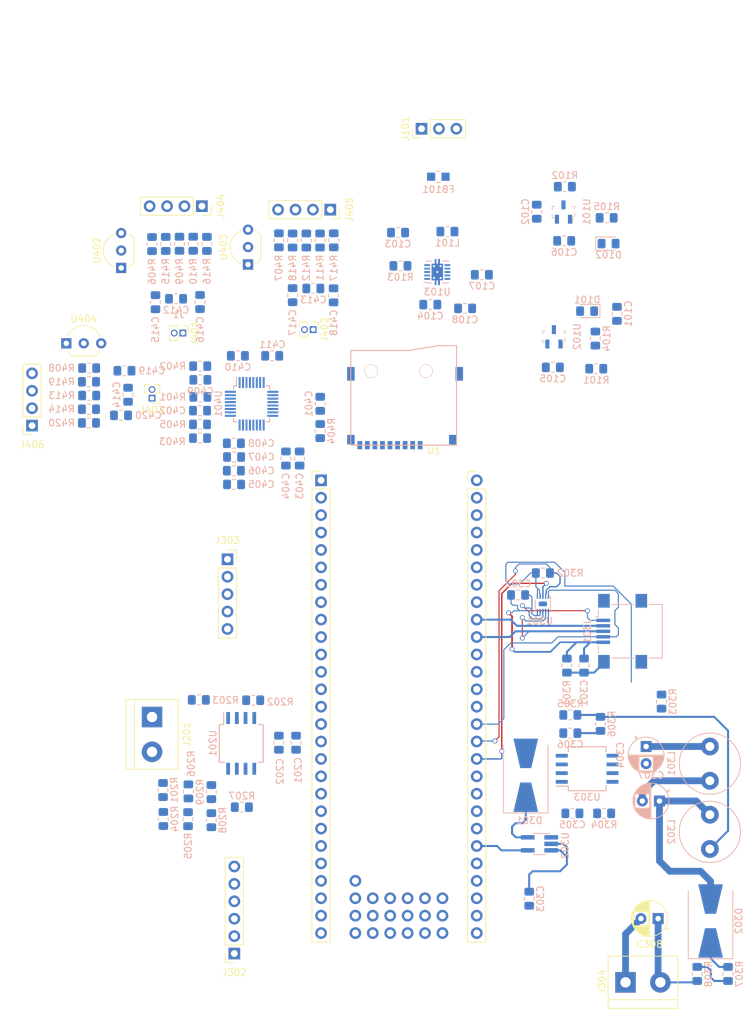
<source format=kicad_pcb>
(kicad_pcb (version 20171130) (host pcbnew 5.0.1-33cea8e~68~ubuntu16.04.1)
  (title_block (title VOP24) (date 2018-11-01) (rev 0.2) (company "Universidad Favaloro"))
  (layers (0 F.Cu signal) (31 B.Cu signal) (34 B.Paste user) (35 F.Paste user) (36 B.SilkS user) (37 F.SilkS user) (38 B.Mask user) (39 F.Mask user) (44 Edge.Cuts user))
  (net 0 "")
  (net 1 /DGND)
  (net 2 /CD_SD)
  (net 3 /MISO_SD)
  (net 4 /SCLK_SD)
  (net 5 /DVCC)
  (net 6 /MOSI_SD)
  (net 7 /CS_SD)
  (net 8 "Net-(J1-Pad1)")
  (net 9 /VUSB_OUT)
  (net 10 /TPD_~EN)
  (net 11 /TPD_~ACK)
  (net 12 /USB_ID)
  (net 13 "Net-(C302-Pad1)")
  (net 14 /Comunicacion/USB_GND)
  (net 15 /USB_D-)
  (net 16 /USB_D+)
  (net 17 "Net-(C410-Pad1)")
  (net 18 "Net-(C410-Pad2)")
  (net 19 /ADS1292_esquematico/SENS1N)
  (net 20 /ADS1292_esquematico/SENS1P)
  (net 21 /ADS1292_esquematico/SENS2N)
  (net 22 "Net-(C411-Pad1)")
  (net 23 /ADS1292_esquematico/SENS2P)
  (net 24 "Net-(C411-Pad2)")
  (net 25 /CS_ADS)
  (net 26 /CLK_ADS)
  (net 27 /MISO_ADS)
  (net 28 /MOSI_ADS)
  (net 29 /SCLK_ADS)
  (net 30 /DRDY_ADS)
  (net 31 /START_ADS)
  (net 32 /ADS1292_esquematico/VREFP)
  (net 33 /PWDNE_ADS)
  (net 34 /AVCC)
  (net 35 /ADS1292_esquematico/CLKSEL)
  (net 36 /AGND)
  (net 37 /ADS1292_esquematico/VCAP1)
  (net 38 /ADS1292_esquematico/GPIO1)
  (net 39 /ADS1292_esquematico/SENS3N)
  (net 40 /ADS1292_esquematico/GPIO2)
  (net 41 /ADS1292_esquematico/RLDIN)
  (net 42 /ADS1292_esquematico/VCAP2)
  (net 43 /ADS1292_esquematico/RLDINV)
  (net 44 /ADS1292_esquematico/RLDOUT)
  (net 45 /ADS1292_esquematico/SENS3P)
  (net 46 "Net-(U1-Pad2)")
  (net 47 "Net-(U1-Pad3)")
  (net 48 /RESET)
  (net 49 /UUTXD)
  (net 50 /UURXD)
  (net 51 /ADC_BAT)
  (net 52 /ADC_TEMP)
  (net 53 "Net-(U1-Pad19)")
  (net 54 "Net-(U1-Pad20)")
  (net 55 /BLE_TXD)
  (net 56 /BLE_RXD)
  (net 57 /BLE_EN)
  (net 58 /BLE_STATE)
  (net 59 "Net-(U1-Pad25)")
  (net 60 "Net-(U1-Pad26)")
  (net 61 "Net-(U1-Pad27)")
  (net 62 "Net-(U1-Pad30)")
  (net 63 "Net-(U1-Pad46)")
  (net 64 "Net-(U1-Pad29)")
  (net 65 "Net-(U1-Pad33)")
  (net 66 "Net-(U1-Pad47)")
  (net 67 "Net-(U1-Pad31)")
  (net 68 "Net-(U1-Pad53)")
  (net 69 "Net-(U1-Pad50)")
  (net 70 "Net-(U1-Pad52)")
  (net 71 /LT1512_SS)
  (net 72 "Net-(U1-Pad32)")
  (net 73 "Net-(U1-Pad35)")
  (net 74 "Net-(U1-Pad51)")
  (net 75 "Net-(U1-Pad41)")
  (net 76 /LTC4411_STAT)
  (net 77 "Net-(U1-Pad34)")
  (net 78 "Net-(U1-PadPD13)")
  (net 79 "Net-(U1-PadPD7)")
  (net 80 "Net-(U1-PadPD16)")
  (net 81 "Net-(U1-PadPD10)")
  (net 82 "Net-(U1-PadPD4)")
  (net 83 "Net-(U1-PadPD1)")
  (net 84 "Net-(U1-PadPD14)")
  (net 85 "Net-(U1-PadPD8)")
  (net 86 "Net-(U1-PadPD17)")
  (net 87 "Net-(U1-PadPD11)")
  (net 88 "Net-(U1-PadPD5)")
  (net 89 "Net-(U1-PadPD2)")
  (net 90 "Net-(U1-PadPD15)")
  (net 91 "Net-(U1-PadPD9)")
  (net 92 "Net-(U1-PadPD18)")
  (net 93 "Net-(U1-PadPD12)")
  (net 94 "Net-(U1-PadPD6)")
  (net 95 "Net-(U1-PadPD3)")
  (net 96 "Net-(U1-PadPD19)")
  (net 97 /fuentesLDO/VCC_NREG)
  (net 98 /analogico/VBAT)
  (net 99 "Net-(J201-Pad2)")
  (net 100 "Net-(D101-Pad1)")
  (net 101 "Net-(J404-Pad2)")
  (net 102 "Net-(J406-Pad2)")
  (net 103 "Net-(J406-Pad3)")
  (net 104 "Net-(J405-Pad2)")
  (net 105 "Net-(J405-Pad3)")
  (net 106 "Net-(J404-Pad3)")
  (net 107 "Net-(J406-Pad4)")
  (net 108 "Net-(R408-Pad2)")
  (net 109 "Net-(R407-Pad2)")
  (net 110 "Net-(J405-Pad4)")
  (net 111 "Net-(J404-Pad4)")
  (net 112 "Net-(R406-Pad2)")
  (net 113 "Net-(R206-Pad1)")
  (net 114 "Net-(C301-Pad1)")
  (net 115 "Net-(R204-Pad2)")
  (net 116 "Net-(C305-Pad2)")
  (net 117 "Net-(L302-Pad2)")
  (net 118 "Net-(C306-Pad1)")
  (net 119 "Net-(R307-Pad1)")
  (net 120 "Net-(R207-Pad1)")
  (net 121 "Net-(R202-Pad1)")
  (net 122 "Net-(D102-Pad1)")
  (net 123 "Net-(C104-Pad1)")
  (net 124 /fuentesLDO/DVCC_UD)
  (net 125 "Net-(L101-Pad2)")
  (net 126 "Net-(L101-Pad1)")
  (net 127 "Net-(C307-Pad2)")
  (net 128 "Net-(C305-Pad1)")
  (net 129 "Net-(C307-Pad1)")
  (net 130 /Comunicacion/UU_5V)
  (module meport_kicad_libs:LPCXpresso1769 (layer F.Cu) (at 91 138.5)
    (fp_text reference U1 (at 5.11 -37.35) (layer F.SilkS))
    (fp_text value LPCXpresso1769)
    (pad 1 thru_hole rect (at -11.35 -33.025) (size 1.7 1.7) (drill 1) (layers *.Cu *.Mask) (net 1 /DGND))
    (pad 2 thru_hole oval (at -11.35 -30.485) (size 1.7 1.7) (drill 1) (layers *.Cu *.Mask) (net 46 "Net-(U1-Pad2)"))
    (pad 3 thru_hole oval (at -11.35 -27.945) (size 1.7 1.7) (drill 1) (layers *.Cu *.Mask) (net 47 "Net-(U1-Pad3)"))
    (pad 4 thru_hole oval (at -11.35 -25.405) (size 1.7 1.7) (drill 1) (layers *.Cu *.Mask) (net 48 /RESET))
    (pad 5 thru_hole oval (at -11.35 -22.865) (size 1.7 1.7) (drill 1) (layers *.Cu *.Mask) (net 28 /MOSI_ADS))
    (pad 6 thru_hole oval (at -11.35 -20.325) (size 1.7 1.7) (drill 1) (layers *.Cu *.Mask) (net 27 /MISO_ADS))
    (pad 7 thru_hole oval (at -11.35 -17.785) (size 1.7 1.7) (drill 1) (layers *.Cu *.Mask) (net 29 /SCLK_ADS))
    (pad 8 thru_hole oval (at -11.35 -15.245) (size 1.7 1.7) (drill 1) (layers *.Cu *.Mask) (net 25 /CS_ADS))
    (pad 9 thru_hole oval (at -11.35 -12.705) (size 1.7 1.7) (drill 1) (layers *.Cu *.Mask) (net 49 /UUTXD))
    (pad 10 thru_hole oval (at -11.35 -10.165) (size 1.7 1.7) (drill 1) (layers *.Cu *.Mask) (net 50 /UURXD))
    (pad 11 thru_hole oval (at -11.35 -7.625) (size 1.7 1.7) (drill 1) (layers *.Cu *.Mask) (net 6 /MOSI_SD))
    (pad 12 thru_hole oval (at -11.35 -5.085) (size 1.7 1.7) (drill 1) (layers *.Cu *.Mask) (net 3 /MISO_SD))
    (pad 13 thru_hole oval (at -11.35 -2.545) (size 1.7 1.7) (drill 1) (layers *.Cu *.Mask) (net 4 /SCLK_SD))
    (pad 14 thru_hole oval (at -11.35 -0.005) (size 1.7 1.7) (drill 1) (layers *.Cu *.Mask) (net 7 /CS_SD))
    (pad 15 thru_hole oval (at -11.35 2.535) (size 1.7 1.7) (drill 1) (layers *.Cu *.Mask) (net 51 /ADC_BAT))
    (pad 16 thru_hole oval (at -11.35 5.075) (size 1.7 1.7) (drill 1) (layers *.Cu *.Mask) (net 52 /ADC_TEMP))
    (pad 17 thru_hole oval (at -11.35 7.615) (size 1.7 1.7) (drill 1) (layers *.Cu *.Mask) (net 30 /DRDY_ADS))
    (pad 18 thru_hole oval (at -11.35 10.155) (size 1.7 1.7) (drill 1) (layers *.Cu *.Mask) (net 2 /CD_SD))
    (pad 19 thru_hole oval (at -11.35 12.695) (size 1.7 1.7) (drill 1) (layers *.Cu *.Mask) (net 53 "Net-(U1-Pad19)"))
    (pad 20 thru_hole oval (at -11.35 15.235) (size 1.7 1.7) (drill 1) (layers *.Cu *.Mask) (net 54 "Net-(U1-Pad20)"))
    (pad 21 thru_hole oval (at -11.35 17.775) (size 1.7 1.7) (drill 1) (layers *.Cu *.Mask) (net 55 /BLE_TXD))
    (pad 22 thru_hole oval (at -11.35 20.315) (size 1.7 1.7) (drill 1) (layers *.Cu *.Mask) (net 56 /BLE_RXD))
    (pad 23 thru_hole oval (at -11.35 22.855) (size 1.7 1.7) (drill 1) (layers *.Cu *.Mask) (net 57 /BLE_EN))
    (pad 24 thru_hole oval (at -11.35 25.395) (size 1.7 1.7) (drill 1) (layers *.Cu *.Mask) (net 58 /BLE_STATE))
    (pad 25 thru_hole oval (at -11.35 27.935) (size 1.7 1.7) (drill 1) (layers *.Cu *.Mask) (net 59 "Net-(U1-Pad25)"))
    (pad 26 thru_hole oval (at -11.35 30.475) (size 1.7 1.7) (drill 1) (layers *.Cu *.Mask) (net 60 "Net-(U1-Pad26)"))
    (pad 27 thru_hole oval (at -11.35 33.015) (size 1.7 1.7) (drill 1) (layers *.Cu *.Mask) (net 61 "Net-(U1-Pad27)"))
    (pad 30 thru_hole oval (at 11.35 -27.945) (size 1.7 1.7) (drill 1) (layers *.Cu *.Mask) (net 62 "Net-(U1-Pad30)"))
    (pad 36 thru_hole oval (at 11.35 -12.705) (size 1.7 1.7) (drill 1) (layers *.Cu *.Mask) (net 15 /USB_D-))
    (pad 46 thru_hole oval (at 11.35 12.695) (size 1.7 1.7) (drill 1) (layers *.Cu *.Mask) (net 63 "Net-(U1-Pad46)"))
    (pad 29 thru_hole oval (at 11.35 -30.485) (size 1.7 1.7) (drill 1) (layers *.Cu *.Mask) (net 64 "Net-(U1-Pad29)"))
    (pad 33 thru_hole oval (at 11.35 -20.325) (size 1.7 1.7) (drill 1) (layers *.Cu *.Mask) (net 65 "Net-(U1-Pad33)"))
    (pad 47 thru_hole oval (at 11.35 15.235) (size 1.7 1.7) (drill 1) (layers *.Cu *.Mask) (net 66 "Net-(U1-Pad47)"))
    (pad 43 thru_hole oval (at 11.35 5.075) (size 1.7 1.7) (drill 1) (layers *.Cu *.Mask) (net 11 /TPD_~ACK))
    (pad 31 thru_hole oval (at 11.35 -25.405) (size 1.7 1.7) (drill 1) (layers *.Cu *.Mask) (net 67 "Net-(U1-Pad31)"))
    (pad 53 thru_hole oval (at 11.35 30.475) (size 1.7 1.7) (drill 1) (layers *.Cu *.Mask) (net 68 "Net-(U1-Pad53)"))
    (pad 50 thru_hole oval (at 11.35 22.855) (size 1.7 1.7) (drill 1) (layers *.Cu *.Mask) (net 69 "Net-(U1-Pad50)"))
    (pad 40 thru_hole oval (at 11.35 -2.545) (size 1.7 1.7) (drill 1) (layers *.Cu *.Mask) (net 31 /START_ADS))
    (pad 37 thru_hole oval (at 11.35 -10.165) (size 1.7 1.7) (drill 1) (layers *.Cu *.Mask) (net 16 /USB_D+))
    (pad 52 thru_hole oval (at 11.35 27.935) (size 1.7 1.7) (drill 1) (layers *.Cu *.Mask) (net 70 "Net-(U1-Pad52)"))
    (pad 48 thru_hole oval (at 11.35 17.775) (size 1.7 1.7) (drill 1) (layers *.Cu *.Mask) (net 71 /LT1512_SS))
    (pad 42 thru_hole oval (at 11.35 2.535) (size 1.7 1.7) (drill 1) (layers *.Cu *.Mask) (net 12 /USB_ID))
    (pad 32 thru_hole oval (at 11.35 -22.865) (size 1.7 1.7) (drill 1) (layers *.Cu *.Mask) (net 72 "Net-(U1-Pad32)"))
    (pad 54 thru_hole oval (at 11.35 33.015) (size 1.7 1.7) (drill 1) (layers *.Cu *.Mask) (net 1 /DGND))
    (pad 35 thru_hole oval (at 11.35 -15.245) (size 1.7 1.7) (drill 1) (layers *.Cu *.Mask) (net 73 "Net-(U1-Pad35)"))
    (pad 51 thru_hole oval (at 11.35 25.395) (size 1.7 1.7) (drill 1) (layers *.Cu *.Mask) (net 74 "Net-(U1-Pad51)"))
    (pad 44 thru_hole oval (at 11.35 7.615) (size 1.7 1.7) (drill 1) (layers *.Cu *.Mask) (net 10 /TPD_~EN))
    (pad 45 thru_hole oval (at 11.35 10.155) (size 1.7 1.7) (drill 1) (layers *.Cu *.Mask) (net 2 /CD_SD))
    (pad 41 thru_hole oval (at 11.35 -0.005) (size 1.7 1.7) (drill 1) (layers *.Cu *.Mask) (net 75 "Net-(U1-Pad41)"))
    (pad 28 thru_hole circle (at 11.35 -33.025) (size 1.7 1.7) (drill 1) (layers *.Cu *.Mask) (net 5 /DVCC))
    (pad 49 thru_hole oval (at 11.35 20.315) (size 1.7 1.7) (drill 1) (layers *.Cu *.Mask) (net 76 /LTC4411_STAT))
    (pad 39 thru_hole oval (at 11.35 -5.085) (size 1.7 1.7) (drill 1) (layers *.Cu *.Mask) (net 33 /PWDNE_ADS))
    (pad 34 thru_hole oval (at 11.35 -17.785) (size 1.7 1.7) (drill 1) (layers *.Cu *.Mask) (net 77 "Net-(U1-Pad34)"))
    (pad 38 thru_hole oval (at 11.35 -7.625) (size 1.7 1.7) (drill 1) (layers *.Cu *.Mask) (net 26 /CLK_ADS))
    (pad PD13 thru_hole oval (at -3.81 33.015 90) (size 1.7 1.7) (drill 1) (layers *.Cu *.Mask) (net 78 "Net-(U1-PadPD13)"))
    (pad PD7 thru_hole oval (at 1.27 33.015 90) (size 1.7 1.7) (drill 1) (layers *.Cu *.Mask) (net 79 "Net-(U1-PadPD7)"))
    (pad PD16 thru_hole oval (at -6.35 33.015 90) (size 1.7 1.7) (drill 1) (layers *.Cu *.Mask) (net 80 "Net-(U1-PadPD16)"))
    (pad PD10 thru_hole oval (at -1.27 33.015 90) (size 1.7 1.7) (drill 1) (layers *.Cu *.Mask) (net 81 "Net-(U1-PadPD10)"))
    (pad PD4 thru_hole oval (at 3.81 33.015 90) (size 1.7 1.7) (drill 1) (layers *.Cu *.Mask) (net 82 "Net-(U1-PadPD4)"))
    (pad PD1 thru_hole oval (at 6.35 33.015 90) (size 1.7 1.7) (drill 1) (layers *.Cu *.Mask) (net 83 "Net-(U1-PadPD1)"))
    (pad PD14 thru_hole oval (at -3.81 30.475 90) (size 1.7 1.7) (drill 1) (layers *.Cu *.Mask) (net 84 "Net-(U1-PadPD14)"))
    (pad PD8 thru_hole oval (at 1.27 30.475 90) (size 1.7 1.7) (drill 1) (layers *.Cu *.Mask) (net 85 "Net-(U1-PadPD8)"))
    (pad PD17 thru_hole oval (at -6.35 30.475 90) (size 1.7 1.7) (drill 1) (layers *.Cu *.Mask) (net 86 "Net-(U1-PadPD17)"))
    (pad PD11 thru_hole oval (at -1.27 30.475 90) (size 1.7 1.7) (drill 1) (layers *.Cu *.Mask) (net 87 "Net-(U1-PadPD11)"))
    (pad PD5 thru_hole oval (at 3.81 30.475 90) (size 1.7 1.7) (drill 1) (layers *.Cu *.Mask) (net 88 "Net-(U1-PadPD5)"))
    (pad PD2 thru_hole oval (at 6.35 30.475 90) (size 1.7 1.7) (drill 1) (layers *.Cu *.Mask) (net 89 "Net-(U1-PadPD2)"))
    (pad PD15 thru_hole oval (at -3.81 27.935 90) (size 1.7 1.7) (drill 1) (layers *.Cu *.Mask) (net 90 "Net-(U1-PadPD15)"))
    (pad PD9 thru_hole oval (at 1.27 27.935 90) (size 1.7 1.7) (drill 1) (layers *.Cu *.Mask) (net 91 "Net-(U1-PadPD9)"))
    (pad PD18 thru_hole oval (at -6.35 27.935 90) (size 1.7 1.7) (drill 1) (layers *.Cu *.Mask) (net 92 "Net-(U1-PadPD18)"))
    (pad PD12 thru_hole oval (at -1.27 27.935 90) (size 1.7 1.7) (drill 1) (layers *.Cu *.Mask) (net 93 "Net-(U1-PadPD12)"))
    (pad PD6 thru_hole oval (at 3.81 27.935 90) (size 1.7 1.7) (drill 1) (layers *.Cu *.Mask) (net 94 "Net-(U1-PadPD6)"))
    (pad PD3 thru_hole oval (at 6.35 27.935 90) (size 1.7 1.7) (drill 1) (layers *.Cu *.Mask) (net 95 "Net-(U1-PadPD3)"))
    (pad PD19 thru_hole oval (at -6.35 25.395 90) (size 1.7 1.7) (drill 1) (layers *.Cu *.Mask) (net 96 "Net-(U1-PadPD19)"))
  )
  (module Connector_PinSocket_2.54mm:PinSocket_1x04_P2.54mm_Vertical (layer F.Cu) (at 81 66 270)
    (fp_text reference J405 (at 0 -2.77 270) (layer F.SilkS))
    (fp_text value Conn_01x04)
    (pad 1 thru_hole rect (at 0 0 270) (size 1.7 1.7) (drill 1) (layers *.Cu *.Mask) (net 36 /AGND))
    (pad 2 thru_hole oval (at 0 2.54 270) (size 1.7 1.7) (drill 1) (layers *.Cu *.Mask) (net 104 "Net-(J405-Pad2)"))
    (pad 3 thru_hole oval (at 0 5.08 270) (size 1.7 1.7) (drill 1) (layers *.Cu *.Mask) (net 105 "Net-(J405-Pad3)"))
    (pad 4 thru_hole oval (at 0 7.62 270) (size 1.7 1.7) (drill 1) (layers *.Cu *.Mask) (net 110 "Net-(J405-Pad4)"))
  )
  (module Connector_PinSocket_2.54mm:PinSocket_1x04_P2.54mm_Vertical (layer F.Cu) (at 62.27 65.5 270)
    (fp_text reference J404 (at 0 -2.77 270) (layer F.SilkS))
    (fp_text value Conn_01x04)
    (pad 4 thru_hole oval (at 0 7.62 270) (size 1.7 1.7) (drill 1) (layers *.Cu *.Mask) (net 111 "Net-(J404-Pad4)"))
    (pad 3 thru_hole oval (at 0 5.08 270) (size 1.7 1.7) (drill 1) (layers *.Cu *.Mask) (net 106 "Net-(J404-Pad3)"))
    (pad 2 thru_hole oval (at 0 2.54 270) (size 1.7 1.7) (drill 1) (layers *.Cu *.Mask) (net 101 "Net-(J404-Pad2)"))
    (pad 1 thru_hole rect (at 0 0 270) (size 1.7 1.7) (drill 1) (layers *.Cu *.Mask) (net 36 /AGND))
  )
  (module Connector_PinSocket_2.54mm:PinSocket_1x04_P2.54mm_Vertical (layer F.Cu) (at 37.5 97.5 180)
    (fp_text reference J406 (at 0 -2.77 180) (layer F.SilkS))
    (fp_text value Conn_01x04)
    (pad 1 thru_hole rect (at 0 0 180) (size 1.7 1.7) (drill 1) (layers *.Cu *.Mask) (net 36 /AGND))
    (pad 2 thru_hole oval (at 0 2.54 180) (size 1.7 1.7) (drill 1) (layers *.Cu *.Mask) (net 102 "Net-(J406-Pad2)"))
    (pad 3 thru_hole oval (at 0 5.08 180) (size 1.7 1.7) (drill 1) (layers *.Cu *.Mask) (net 103 "Net-(J406-Pad3)"))
    (pad 4 thru_hole oval (at 0 7.62 180) (size 1.7 1.7) (drill 1) (layers *.Cu *.Mask) (net 107 "Net-(J406-Pad4)"))
  )
  (module Connector_PinSocket_2.54mm:PinSocket_1x05_P2.54mm_Vertical (layer F.Cu) (at 66 117)
    (fp_text reference J303 (at 0 -2.77) (layer F.SilkS))
    (fp_text value Conn_01x05_Male)
    (pad 1 thru_hole rect (at 0 0) (size 1.7 1.7) (drill 1) (layers *.Cu *.Mask) (net 5 /DVCC))
    (pad 2 thru_hole oval (at 0 2.54) (size 1.7 1.7) (drill 1) (layers *.Cu *.Mask) (net 49 /UUTXD))
    (pad 3 thru_hole oval (at 0 5.08) (size 1.7 1.7) (drill 1) (layers *.Cu *.Mask) (net 50 /UURXD))
    (pad 4 thru_hole oval (at 0 7.62) (size 1.7 1.7) (drill 1) (layers *.Cu *.Mask) (net 1 /DGND))
    (pad 5 thru_hole oval (at 0 10.16) (size 1.7 1.7) (drill 1) (layers *.Cu *.Mask) (net 130 /Comunicacion/UU_5V))
  )
  (module Connector_PinSocket_2.54mm:PinSocket_1x06_P2.54mm_Vertical (layer F.Cu) (at 67 174.5 180)
    (fp_text reference J302 (at 0 -2.77 180) (layer F.SilkS))
    (fp_text value Conn_01x06_Male)
    (pad 1 thru_hole rect (at 0 0 180) (size 1.7 1.7) (drill 1) (layers *.Cu *.Mask) (net 58 /BLE_STATE))
    (pad 2 thru_hole oval (at 0 2.54 180) (size 1.7 1.7) (drill 1) (layers *.Cu *.Mask) (net 56 /BLE_RXD))
    (pad 3 thru_hole oval (at 0 5.08 180) (size 1.7 1.7) (drill 1) (layers *.Cu *.Mask) (net 55 /BLE_TXD))
    (pad 4 thru_hole oval (at 0 7.62 180) (size 1.7 1.7) (drill 1) (layers *.Cu *.Mask) (net 1 /DGND))
    (pad 5 thru_hole oval (at 0 10.16 180) (size 1.7 1.7) (drill 1) (layers *.Cu *.Mask) (net 5 /DVCC))
    (pad 6 thru_hole oval (at 0 12.7 180) (size 1.7 1.7) (drill 1) (layers *.Cu *.Mask) (net 57 /BLE_EN))
  )
  (module Capacitor_SMD:C_0805_2012Metric_Pad1.15x1.40mm_HandSolder (layer B.Cu) (at 72.521169 87.320491 180)
    (fp_text reference C411 (at 0 1.65 180) (layer B.SilkS) (effects (justify mirror)))
    (fp_text value 4.7nF)
    (pad 1 smd roundrect (at -1.025 0 180) (size 1.15 1.4) (layers B.Cu B.Paste B.Mask) (roundrect_rratio 0.217391) (net 22 "Net-(C411-Pad1)"))
    (pad 2 smd roundrect (at 1.025 0 180) (size 1.15 1.4) (layers B.Cu B.Paste B.Mask) (roundrect_rratio 0.217391) (net 24 "Net-(C411-Pad2)"))
  )
  (module Capacitor_SMD:C_0805_2012Metric_Pad1.15x1.40mm_HandSolder (layer B.Cu) (at 122.8 81.2 90)
    (fp_text reference C101 (at 0 1.65 90) (layer B.SilkS) (effects (justify mirror)))
    (fp_text value 1uF)
    (pad 2 smd roundrect (at 1.025 0 90) (size 1.15 1.4) (layers B.Cu B.Paste B.Mask) (roundrect_rratio 0.217391) (net 1 /DGND))
    (pad 1 smd roundrect (at -1.025 0 90) (size 1.15 1.4) (layers B.Cu B.Paste B.Mask) (roundrect_rratio 0.217391) (net 97 /fuentesLDO/VCC_NREG))
  )
  (module Capacitor_SMD:C_0805_2012Metric_Pad1.15x1.40mm_HandSolder (layer B.Cu) (at 90.875 69.35)
    (fp_text reference C103 (at 0 1.65) (layer B.SilkS) (effects (justify mirror)))
    (fp_text value 10uF)
    (pad 1 smd roundrect (at -1.025 0) (size 1.15 1.4) (layers B.Cu B.Paste B.Mask) (roundrect_rratio 0.217391) (net 97 /fuentesLDO/VCC_NREG))
    (pad 2 smd roundrect (at 1.025 0) (size 1.15 1.4) (layers B.Cu B.Paste B.Mask) (roundrect_rratio 0.217391) (net 1 /DGND))
  )
  (module Capacitor_SMD:C_0805_2012Metric_Pad1.15x1.40mm_HandSolder (layer B.Cu) (at 95.575 79.85)
    (fp_text reference C104 (at 0 1.65) (layer B.SilkS) (effects (justify mirror)))
    (fp_text value 0.1uF)
    (pad 2 smd roundrect (at 1.025 0) (size 1.15 1.4) (layers B.Cu B.Paste B.Mask) (roundrect_rratio 0.217391) (net 1 /DGND))
    (pad 1 smd roundrect (at -1.025 0) (size 1.15 1.4) (layers B.Cu B.Paste B.Mask) (roundrect_rratio 0.217391) (net 123 "Net-(C104-Pad1)"))
  )
  (module Capacitor_SMD:C_0805_2012Metric_Pad1.15x1.40mm_HandSolder (layer B.Cu) (at 113.45 89)
    (fp_text reference C105 (at 0 1.65) (layer B.SilkS) (effects (justify mirror)))
    (fp_text value 1uF)
    (pad 1 smd roundrect (at -1.025 0) (size 1.15 1.4) (layers B.Cu B.Paste B.Mask) (roundrect_rratio 0.217391) (net 5 /DVCC))
    (pad 2 smd roundrect (at 1.025 0) (size 1.15 1.4) (layers B.Cu B.Paste B.Mask) (roundrect_rratio 0.217391) (net 1 /DGND))
  )
  (module Capacitor_SMD:C_0805_2012Metric_Pad1.15x1.40mm_HandSolder (layer B.Cu) (at 115.1 70.55)
    (fp_text reference C106 (at 0 1.65) (layer B.SilkS) (effects (justify mirror)))
    (fp_text value 1uF)
    (pad 2 smd roundrect (at 1.025 0) (size 1.15 1.4) (layers B.Cu B.Paste B.Mask) (roundrect_rratio 0.217391) (net 36 /AGND))
    (pad 1 smd roundrect (at -1.025 0) (size 1.15 1.4) (layers B.Cu B.Paste B.Mask) (roundrect_rratio 0.217391) (net 34 /AVCC))
  )
  (module Capacitor_SMD:C_0805_2012Metric_Pad1.15x1.40mm_HandSolder (layer B.Cu) (at 103.1 75.5)
    (fp_text reference C107 (at 0 1.65) (layer B.SilkS) (effects (justify mirror)))
    (fp_text value 10uF)
    (pad 1 smd roundrect (at -1.025 0) (size 1.15 1.4) (layers B.Cu B.Paste B.Mask) (roundrect_rratio 0.217391) (net 124 /fuentesLDO/DVCC_UD))
    (pad 2 smd roundrect (at 1.025 0) (size 1.15 1.4) (layers B.Cu B.Paste B.Mask) (roundrect_rratio 0.217391) (net 1 /DGND))
  )
  (module Capacitor_SMD:C_0805_2012Metric_Pad1.15x1.40mm_HandSolder (layer B.Cu) (at 100.65 80.4)
    (fp_text reference C108 (at 0 1.65) (layer B.SilkS) (effects (justify mirror)))
    (fp_text value 10uF)
    (pad 2 smd roundrect (at 1.025 0) (size 1.15 1.4) (layers B.Cu B.Paste B.Mask) (roundrect_rratio 0.217391) (net 1 /DGND))
    (pad 1 smd roundrect (at -1.025 0) (size 1.15 1.4) (layers B.Cu B.Paste B.Mask) (roundrect_rratio 0.217391) (net 124 /fuentesLDO/DVCC_UD))
  )
  (module Capacitor_SMD:C_0805_2012Metric_Pad1.15x1.40mm_HandSolder (layer B.Cu) (at 50.475 96 180)
    (fp_text reference C420 (at -4 0 180) (layer B.SilkS) (effects (justify mirror)))
    (fp_text value 470pF)
    (pad 1 smd roundrect (at -1.025 0 180) (size 1.15 1.4) (layers B.Cu B.Paste B.Mask) (roundrect_rratio 0.217391) (net 45 /ADS1292_esquematico/SENS3P))
    (pad 2 smd roundrect (at 1.025 0 180) (size 1.15 1.4) (layers B.Cu B.Paste B.Mask) (roundrect_rratio 0.217391) (net 36 /AGND))
  )
  (module Capacitor_SMD:C_0805_2012Metric_Pad1.15x1.40mm_HandSolder (layer B.Cu) (at 73.5 143.748036 90)
    (fp_text reference C202 (at -4.2 0.15 90) (layer B.SilkS) (effects (justify mirror)))
    (fp_text value 0.1uF)
    (pad 2 smd roundrect (at 1.025 0 90) (size 1.15 1.4) (layers B.Cu B.Paste B.Mask) (roundrect_rratio 0.217391) (net 36 /AGND))
    (pad 1 smd roundrect (at -1.025 0 90) (size 1.15 1.4) (layers B.Cu B.Paste B.Mask) (roundrect_rratio 0.217391) (net 34 /AVCC))
  )
  (module Capacitor_SMD:C_0805_2012Metric_Pad1.15x1.40mm_HandSolder (layer B.Cu) (at 118 132.5 90)
    (fp_text reference C301 (at -4 0 90) (layer B.SilkS) (effects (justify mirror)))
    (fp_text value 10n/500V)
    (pad 1 smd roundrect (at -1.025 0 90) (size 1.15 1.4) (layers B.Cu B.Paste B.Mask) (roundrect_rratio 0.217391) (net 114 "Net-(C301-Pad1)"))
    (pad 2 smd roundrect (at 1.025 0 90) (size 1.15 1.4) (layers B.Cu B.Paste B.Mask) (roundrect_rratio 0.217391) (net 14 /Comunicacion/USB_GND))
  )
  (module Capacitor_SMD:C_0805_2012Metric_Pad1.15x1.40mm_HandSolder (layer B.Cu) (at 108.375 122.2 180)
    (fp_text reference C302 (at 0 1.65 180) (layer B.SilkS) (effects (justify mirror)))
    (fp_text value 10uF)
    (pad 2 smd roundrect (at 1.025 0 180) (size 1.15 1.4) (layers B.Cu B.Paste B.Mask) (roundrect_rratio 0.217391) (net 14 /Comunicacion/USB_GND))
    (pad 1 smd roundrect (at -1.025 0 180) (size 1.15 1.4) (layers B.Cu B.Paste B.Mask) (roundrect_rratio 0.217391) (net 13 "Net-(C302-Pad1)"))
  )
  (module Capacitor_SMD:C_0805_2012Metric_Pad1.15x1.40mm_HandSolder (layer B.Cu) (at 110 166.5 90)
    (fp_text reference C303 (at 0 1.65 90) (layer B.SilkS) (effects (justify mirror)))
    (fp_text value 0.1uF)
    (pad 1 smd roundrect (at -1.025 0 90) (size 1.15 1.4) (layers B.Cu B.Paste B.Mask) (roundrect_rratio 0.217391) (net 97 /fuentesLDO/VCC_NREG))
    (pad 2 smd roundrect (at 1.025 0 90) (size 1.15 1.4) (layers B.Cu B.Paste B.Mask) (roundrect_rratio 0.217391) (net 1 /DGND))
  )
  (module Capacitor_SMD:C_0805_2012Metric_Pad1.15x1.40mm_HandSolder (layer B.Cu) (at 116.3 154.05)
    (fp_text reference C305 (at 0 1.65) (layer B.SilkS) (effects (justify mirror)))
    (fp_text value 0.1uF)
    (pad 2 smd roundrect (at 1.025 0) (size 1.15 1.4) (layers B.Cu B.Paste B.Mask) (roundrect_rratio 0.217391) (net 116 "Net-(C305-Pad2)"))
    (pad 1 smd roundrect (at -1.025 0) (size 1.15 1.4) (layers B.Cu B.Paste B.Mask) (roundrect_rratio 0.217391) (net 128 "Net-(C305-Pad1)"))
  )
  (module Capacitor_SMD:C_0805_2012Metric_Pad1.15x1.40mm_HandSolder (layer B.Cu) (at 116 142.35)
    (fp_text reference C306 (at 0 1.65) (layer B.SilkS) (effects (justify mirror)))
    (fp_text value 0.22uF)
    (pad 1 smd roundrect (at -1.025 0) (size 1.15 1.4) (layers B.Cu B.Paste B.Mask) (roundrect_rratio 0.217391) (net 118 "Net-(C306-Pad1)"))
    (pad 2 smd roundrect (at 1.025 0) (size 1.15 1.4) (layers B.Cu B.Paste B.Mask) (roundrect_rratio 0.217391) (net 1 /DGND))
  )
  (module Capacitor_SMD:C_0805_2012Metric_Pad1.15x1.40mm_HandSolder (layer B.Cu) (at 111.1 66.3 270)
    (fp_text reference C102 (at 0 1.65 270) (layer B.SilkS) (effects (justify mirror)))
    (fp_text value 1uF)
    (pad 2 smd roundrect (at 1.025 0 270) (size 1.15 1.4) (layers B.Cu B.Paste B.Mask) (roundrect_rratio 0.217391) (net 36 /AGND))
    (pad 1 smd roundrect (at -1.025 0 270) (size 1.15 1.4) (layers B.Cu B.Paste B.Mask) (roundrect_rratio 0.217391) (net 97 /fuentesLDO/VCC_NREG))
  )
  (module Capacitor_SMD:C_0805_2012Metric_Pad1.15x1.40mm_HandSolder (layer B.Cu) (at 79.521169 94.320491 270)
    (fp_text reference C401 (at 0 1.65 270) (layer B.SilkS) (effects (justify mirror)))
    (fp_text value 1uF)
    (pad 1 smd roundrect (at -1.025 0 270) (size 1.15 1.4) (layers B.Cu B.Paste B.Mask) (roundrect_rratio 0.217391) (net 37 /ADS1292_esquematico/VCAP1))
    (pad 2 smd roundrect (at 1.025 0 270) (size 1.15 1.4) (layers B.Cu B.Paste B.Mask) (roundrect_rratio 0.217391) (net 1 /DGND))
  )
  (module Capacitor_SMD:C_0805_2012Metric_Pad1.15x1.40mm_HandSolder (layer B.Cu) (at 76 143.748036 90)
    (fp_text reference C201 (at -4.05 0.3 90) (layer B.SilkS) (effects (justify mirror)))
    (fp_text value 10uF)
    (pad 2 smd roundrect (at 1.025 0 90) (size 1.15 1.4) (layers B.Cu B.Paste B.Mask) (roundrect_rratio 0.217391) (net 36 /AGND))
    (pad 1 smd roundrect (at -1.025 0 90) (size 1.15 1.4) (layers B.Cu B.Paste B.Mask) (roundrect_rratio 0.217391) (net 34 /AVCC))
  )
  (module Capacitor_SMD:C_0805_2012Metric_Pad1.15x1.40mm_HandSolder (layer B.Cu) (at 74.521169 102.295491 90)
    (fp_text reference C404 (at -4.025 0 90) (layer B.SilkS) (effects (justify mirror)))
    (fp_text value 0.1uF)
    (pad 1 smd roundrect (at -1.025 0 90) (size 1.15 1.4) (layers B.Cu B.Paste B.Mask) (roundrect_rratio 0.217391) (net 32 /ADS1292_esquematico/VREFP))
    (pad 2 smd roundrect (at 1.025 0 90) (size 1.15 1.4) (layers B.Cu B.Paste B.Mask) (roundrect_rratio 0.217391) (net 1 /DGND))
  )
  (module Capacitor_SMD:C_0805_2012Metric_Pad1.15x1.40mm_HandSolder (layer B.Cu) (at 66.960857 106.078955 180)
    (fp_text reference C405 (at -3.975 0 180) (layer B.SilkS) (effects (justify mirror)))
    (fp_text value 1uF)
    (pad 2 smd roundrect (at 1.025 0 180) (size 1.15 1.4) (layers B.Cu B.Paste B.Mask) (roundrect_rratio 0.217391) (net 1 /DGND))
    (pad 1 smd roundrect (at -1.025 0 180) (size 1.15 1.4) (layers B.Cu B.Paste B.Mask) (roundrect_rratio 0.217391) (net 5 /DVCC))
  )
  (module Capacitor_SMD:C_0805_2012Metric_Pad1.15x1.40mm_HandSolder (layer B.Cu) (at 66.935857 104.078955 180)
    (fp_text reference C406 (at -4 0 180) (layer B.SilkS) (effects (justify mirror)))
    (fp_text value 0.1uF)
    (pad 1 smd roundrect (at -1.025 0 180) (size 1.15 1.4) (layers B.Cu B.Paste B.Mask) (roundrect_rratio 0.217391) (net 5 /DVCC))
    (pad 2 smd roundrect (at 1.025 0 180) (size 1.15 1.4) (layers B.Cu B.Paste B.Mask) (roundrect_rratio 0.217391) (net 1 /DGND))
  )
  (module Capacitor_SMD:C_0805_2012Metric_Pad1.15x1.40mm_HandSolder (layer B.Cu) (at 66.960857 102.078955 180)
    (fp_text reference C407 (at -3.975 0 180) (layer B.SilkS) (effects (justify mirror)))
    (fp_text value 1uF)
    (pad 2 smd roundrect (at 1.025 0 180) (size 1.15 1.4) (layers B.Cu B.Paste B.Mask) (roundrect_rratio 0.217391) (net 1 /DGND))
    (pad 1 smd roundrect (at -1.025 0 180) (size 1.15 1.4) (layers B.Cu B.Paste B.Mask) (roundrect_rratio 0.217391) (net 5 /DVCC))
  )
  (module Capacitor_SMD:C_0805_2012Metric_Pad1.15x1.40mm_HandSolder (layer B.Cu) (at 66.935857 100.078955 180)
    (fp_text reference C408 (at -4 0 180) (layer B.SilkS) (effects (justify mirror)))
    (fp_text value 0.1uF)
    (pad 1 smd roundrect (at -1.025 0 180) (size 1.15 1.4) (layers B.Cu B.Paste B.Mask) (roundrect_rratio 0.217391) (net 5 /DVCC))
    (pad 2 smd roundrect (at 1.025 0 180) (size 1.15 1.4) (layers B.Cu B.Paste B.Mask) (roundrect_rratio 0.217391) (net 1 /DGND))
  )
  (module Capacitor_SMD:C_0805_2012Metric_Pad1.15x1.40mm_HandSolder (layer B.Cu) (at 62.046169 90.820491)
    (fp_text reference C409 (at 0 1.65) (layer B.SilkS) (effects (justify mirror)))
    (fp_text value 1.5nF)
    (pad 2 smd roundrect (at 1.025 0) (size 1.15 1.4) (layers B.Cu B.Paste B.Mask) (roundrect_rratio 0.217391) (net 44 /ADS1292_esquematico/RLDOUT))
    (pad 1 smd roundrect (at -1.025 0) (size 1.15 1.4) (layers B.Cu B.Paste B.Mask) (roundrect_rratio 0.217391) (net 43 /ADS1292_esquematico/RLDINV))
  )
  (module Capacitor_SMD:C_0805_2012Metric_Pad1.15x1.40mm_HandSolder (layer B.Cu) (at 67.521169 87.320491)
    (fp_text reference C410 (at 0 1.65) (layer B.SilkS) (effects (justify mirror)))
    (fp_text value 4.7nF)
    (pad 1 smd roundrect (at -1.025 0) (size 1.15 1.4) (layers B.Cu B.Paste B.Mask) (roundrect_rratio 0.217391) (net 17 "Net-(C410-Pad1)"))
    (pad 2 smd roundrect (at 1.025 0) (size 1.15 1.4) (layers B.Cu B.Paste B.Mask) (roundrect_rratio 0.217391) (net 18 "Net-(C410-Pad2)"))
  )
  (module Capacitor_SMD:C_0805_2012Metric_Pad1.15x1.40mm_HandSolder (layer B.Cu) (at 61.996169 95.320491 180)
    (fp_text reference C402 (at 4 0 180) (layer B.SilkS) (effects (justify mirror)))
    (fp_text value 1uF)
    (pad 2 smd roundrect (at 1.025 0 180) (size 1.15 1.4) (layers B.Cu B.Paste B.Mask) (roundrect_rratio 0.217391) (net 1 /DGND))
    (pad 1 smd roundrect (at -1.025 0 180) (size 1.15 1.4) (layers B.Cu B.Paste B.Mask) (roundrect_rratio 0.217391) (net 42 /ADS1292_esquematico/VCAP2))
  )
  (module Capacitor_SMD:C_0805_2012Metric_Pad1.15x1.40mm_HandSolder (layer B.Cu) (at 58.5 79)
    (fp_text reference C412 (at 0 1.65) (layer B.SilkS) (effects (justify mirror)))
    (fp_text value 470pF)
    (pad 1 smd roundrect (at -1.025 0) (size 1.15 1.4) (layers B.Cu B.Paste B.Mask) (roundrect_rratio 0.217391) (net 19 /ADS1292_esquematico/SENS1N))
    (pad 2 smd roundrect (at 1.025 0) (size 1.15 1.4) (layers B.Cu B.Paste B.Mask) (roundrect_rratio 0.217391) (net 20 /ADS1292_esquematico/SENS1P))
  )
  (module Capacitor_SMD:C_0805_2012Metric_Pad1.15x1.40mm_HandSolder (layer B.Cu) (at 78.525 77.5)
    (fp_text reference C413 (at 0 1.65) (layer B.SilkS) (effects (justify mirror)))
    (fp_text value 470pF)
    (pad 2 smd roundrect (at 1.025 0) (size 1.15 1.4) (layers B.Cu B.Paste B.Mask) (roundrect_rratio 0.217391) (net 23 /ADS1292_esquematico/SENS2P))
    (pad 1 smd roundrect (at -1.025 0) (size 1.15 1.4) (layers B.Cu B.Paste B.Mask) (roundrect_rratio 0.217391) (net 21 /ADS1292_esquematico/SENS2N))
  )
  (module Capacitor_SMD:C_0805_2012Metric_Pad1.15x1.40mm_HandSolder (layer B.Cu) (at 51.5 93 270)
    (fp_text reference C414 (at 0 1.65 270) (layer B.SilkS) (effects (justify mirror)))
    (fp_text value 470pF)
    (pad 1 smd roundrect (at -1.025 0 270) (size 1.15 1.4) (layers B.Cu B.Paste B.Mask) (roundrect_rratio 0.217391) (net 39 /ADS1292_esquematico/SENS3N))
    (pad 2 smd roundrect (at 1.025 0 270) (size 1.15 1.4) (layers B.Cu B.Paste B.Mask) (roundrect_rratio 0.217391) (net 45 /ADS1292_esquematico/SENS3P))
  )
  (module Capacitor_SMD:C_0805_2012Metric_Pad1.15x1.40mm_HandSolder (layer B.Cu) (at 55.5 79.5 90)
    (fp_text reference C415 (at -4 0 90) (layer B.SilkS) (effects (justify mirror)))
    (fp_text value 470pF)
    (pad 2 smd roundrect (at 1.025 0 90) (size 1.15 1.4) (layers B.Cu B.Paste B.Mask) (roundrect_rratio 0.217391) (net 36 /AGND))
    (pad 1 smd roundrect (at -1.025 0 90) (size 1.15 1.4) (layers B.Cu B.Paste B.Mask) (roundrect_rratio 0.217391) (net 19 /ADS1292_esquematico/SENS1N))
  )
  (module Capacitor_SMD:C_0805_2012Metric_Pad1.15x1.40mm_HandSolder (layer B.Cu) (at 62 79.475 90)
    (fp_text reference C416 (at -4.025 0 90) (layer B.SilkS) (effects (justify mirror)))
    (fp_text value 470pF)
    (pad 1 smd roundrect (at -1.025 0 90) (size 1.15 1.4) (layers B.Cu B.Paste B.Mask) (roundrect_rratio 0.217391) (net 20 /ADS1292_esquematico/SENS1P))
    (pad 2 smd roundrect (at 1.025 0 90) (size 1.15 1.4) (layers B.Cu B.Paste B.Mask) (roundrect_rratio 0.217391) (net 36 /AGND))
  )
  (module Capacitor_SMD:C_0805_2012Metric_Pad1.15x1.40mm_HandSolder (layer B.Cu) (at 75.5 78.475 270)
    (fp_text reference C417 (at 4 0 270) (layer B.SilkS) (effects (justify mirror)))
    (fp_text value 470pF)
    (pad 2 smd roundrect (at 1.025 0 270) (size 1.15 1.4) (layers B.Cu B.Paste B.Mask) (roundrect_rratio 0.217391) (net 36 /AGND))
    (pad 1 smd roundrect (at -1.025 0 270) (size 1.15 1.4) (layers B.Cu B.Paste B.Mask) (roundrect_rratio 0.217391) (net 21 /ADS1292_esquematico/SENS2N))
  )
  (module Capacitor_SMD:C_0805_2012Metric_Pad1.15x1.40mm_HandSolder (layer B.Cu) (at 81.475 78.5 90)
    (fp_text reference C418 (at -4 0.025 90) (layer B.SilkS) (effects (justify mirror)))
    (fp_text value 470pF)
    (pad 1 smd roundrect (at -1.025 0 90) (size 1.15 1.4) (layers B.Cu B.Paste B.Mask) (roundrect_rratio 0.217391) (net 23 /ADS1292_esquematico/SENS2P))
    (pad 2 smd roundrect (at 1.025 0 90) (size 1.15 1.4) (layers B.Cu B.Paste B.Mask) (roundrect_rratio 0.217391) (net 36 /AGND))
  )
  (module Capacitor_SMD:C_0805_2012Metric_Pad1.15x1.40mm_HandSolder (layer B.Cu) (at 76.521169 102.295491 90)
    (fp_text reference C403 (at -4.025 0 90) (layer B.SilkS) (effects (justify mirror)))
    (fp_text value 10uF)
    (pad 2 smd roundrect (at 1.025 0 90) (size 1.15 1.4) (layers B.Cu B.Paste B.Mask) (roundrect_rratio 0.217391) (net 1 /DGND))
    (pad 1 smd roundrect (at -1.025 0 90) (size 1.15 1.4) (layers B.Cu B.Paste B.Mask) (roundrect_rratio 0.217391) (net 32 /ADS1292_esquematico/VREFP))
  )
  (module Capacitor_SMD:C_0805_2012Metric_Pad1.15x1.40mm_HandSolder (layer B.Cu) (at 50.975 89.5 180)
    (fp_text reference C419 (at -4 0 180) (layer B.SilkS) (effects (justify mirror)))
    (fp_text value 470pF)
    (pad 1 smd roundrect (at -1.025 0 180) (size 1.15 1.4) (layers B.Cu B.Paste B.Mask) (roundrect_rratio 0.217391) (net 39 /ADS1292_esquematico/SENS3N))
    (pad 2 smd roundrect (at 1.025 0 180) (size 1.15 1.4) (layers B.Cu B.Paste B.Mask) (roundrect_rratio 0.217391) (net 36 /AGND))
  )
  (module Capacitor_THT:CP_Radial_D5.0mm_P2.50mm (layer F.Cu) (at 128.8 169.4 180)
    (fp_text reference C308 (at 1.25 -3.75 180) (layer F.SilkS))
    (fp_text value 22uF/25V)
    (pad 1 thru_hole rect (at 0 0 180) (size 1.6 1.6) (drill 0.8) (layers *.Cu *.Mask) (net 1 /DGND))
    (pad 2 thru_hole circle (at 2.5 0 180) (size 1.6 1.6) (drill 0.8) (layers *.Cu *.Mask) (net 98 /analogico/VBAT))
  )
  (module Capacitor_THT:CP_Radial_D5.0mm_P2.50mm (layer B.Cu) (at 127.05 144.3 270)
    (fp_text reference C304 (at 1.25 3.75 270) (layer B.SilkS) (effects (justify mirror)))
    (fp_text value "22uF/25V bajo ESR")
    (pad 2 thru_hole circle (at 2.5 0 270) (size 1.6 1.6) (drill 0.8) (layers *.Cu *.Mask) (net 1 /DGND))
    (pad 1 thru_hole rect (at 0 0 270) (size 1.6 1.6) (drill 0.8) (layers *.Cu *.Mask) (net 9 /VUSB_OUT))
  )
  (module Capacitor_THT:CP_Radial_D5.0mm_P2.50mm (layer B.Cu) (at 129 152.25 180)
    (fp_text reference C307 (at 1.25 3.75 180) (layer B.SilkS) (effects (justify mirror)))
    (fp_text value "2.2uF CER")
    (pad 1 thru_hole rect (at 0 0 180) (size 1.6 1.6) (drill 0.8) (layers *.Cu *.Mask) (net 129 "Net-(C307-Pad1)"))
    (pad 2 thru_hole circle (at 2.5 0 180) (size 1.6 1.6) (drill 0.8) (layers *.Cu *.Mask) (net 127 "Net-(C307-Pad2)"))
  )
  (module Connector_PinHeader_1.27mm:PinHeader_1x02_P1.27mm_Vertical (layer F.Cu) (at 55 93.5 180)
    (fp_text reference J403 (at 0 -1.695 180) (layer F.SilkS))
    (fp_text value Conn_01x02)
    (pad 1 thru_hole rect (at 0 0 180) (size 1 1) (drill 0.65) (layers *.Cu *.Mask) (net 45 /ADS1292_esquematico/SENS3P))
    (pad 2 thru_hole oval (at 0 1.27 180) (size 1 1) (drill 0.65) (layers *.Cu *.Mask) (net 39 /ADS1292_esquematico/SENS3N))
  )
  (module Connector_PinHeader_1.27mm:PinHeader_1x02_P1.27mm_Vertical (layer F.Cu) (at 78.5 83.5 270)
    (fp_text reference J402 (at 0 -1.695 270) (layer F.SilkS))
    (fp_text value Conn_01x02)
    (pad 2 thru_hole oval (at 0 1.27 270) (size 1 1) (drill 0.65) (layers *.Cu *.Mask) (net 21 /ADS1292_esquematico/SENS2N))
    (pad 1 thru_hole rect (at 0 0 270) (size 1 1) (drill 0.65) (layers *.Cu *.Mask) (net 23 /ADS1292_esquematico/SENS2P))
  )
  (module Connector_PinHeader_1.27mm:PinHeader_1x02_P1.27mm_Vertical (layer F.Cu) (at 59.5 84 270)
    (fp_text reference J401 (at 0 -1.695 270) (layer F.SilkS))
    (fp_text value Conn_01x02)
    (pad 1 thru_hole rect (at 0 0 270) (size 1 1) (drill 0.65) (layers *.Cu *.Mask) (net 20 /ADS1292_esquematico/SENS1P))
    (pad 2 thru_hole oval (at 0 1.27 270) (size 1 1) (drill 0.65) (layers *.Cu *.Mask) (net 19 /ADS1292_esquematico/SENS1N))
  )
  (module Connector_PinHeader_2.54mm:PinHeader_1x03_P2.54mm_Vertical (layer F.Cu) (at 94.3 54.2 90)
    (fp_text reference J101 (at 0 -2.33 90) (layer F.SilkS))
    (fp_text value Conn_01x03_Male)
    (pad 1 thru_hole rect (at 0 0 90) (size 1.7 1.7) (drill 1) (layers *.Cu *.Mask) (net 5 /DVCC))
    (pad 2 thru_hole oval (at 0 2.54 90) (size 1.7 1.7) (drill 1) (layers *.Cu *.Mask) (net 5 /DVCC))
    (pad 3 thru_hole oval (at 0 5.08 90) (size 1.7 1.7) (drill 1) (layers *.Cu *.Mask) (net 124 /fuentesLDO/DVCC_UD))
  )
  (module Connector_USB:USB_Mini-B_Lumberg_2486_01_Horizontal (layer B.Cu) (at 123.5 127.5 270)
    (fp_text reference J301 (at 0 5 270) (layer B.SilkS) (effects (justify mirror)))
    (fp_text value USB_B_Micro)
    (pad 1 smd rect (at -1.6 2.7 270) (size 0.5 2) (layers B.Cu B.Paste B.Mask) (net 13 "Net-(C302-Pad1)"))
    (pad 2 smd rect (at -0.8 2.7 270) (size 0.5 2) (layers B.Cu B.Paste B.Mask) (net 15 /USB_D-))
    (pad 3 smd rect (at 0 2.7 270) (size 0.5 2) (layers B.Cu B.Paste B.Mask) (net 16 /USB_D+))
    (pad 4 smd rect (at 0.8 2.7 270) (size 0.5 2) (layers B.Cu B.Paste B.Mask) (net 12 /USB_ID))
    (pad 5 smd rect (at 1.6 2.7 270) (size 0.5 2) (layers B.Cu B.Paste B.Mask) (net 14 /Comunicacion/USB_GND))
    (pad 6 smd rect (at -4.45 2.6 270) (size 2 1.7) (layers B.Cu B.Paste B.Mask) (net 114 "Net-(C301-Pad1)"))
    (pad 6 smd rect (at -4.45 -2.85 270) (size 2 1.7) (layers B.Cu B.Paste B.Mask) (net 114 "Net-(C301-Pad1)"))
    (pad 6 smd rect (at 4.45 2.6 270) (size 2 1.7) (layers B.Cu B.Paste B.Mask) (net 114 "Net-(C301-Pad1)"))
    (pad 6 smd rect (at 4.45 -2.85 270) (size 2 1.7) (layers B.Cu B.Paste B.Mask) (net 114 "Net-(C301-Pad1)"))
    (pad "" np_thru_hole circle (at -2.2 0 270) (size 1 1) (drill 1) (layers *.Cu *.Mask))
    (pad "" np_thru_hole circle (at 2.2 0 270) (size 1 1) (drill 1) (layers *.Cu *.Mask))
  )
  (module Diode_SMD:D_SMB-SMC_Universal_Handsoldering (layer B.Cu) (at 136.45 169.75 90)
    (fp_text reference D302 (at 0 4.1 90) (layer B.SilkS) (effects (justify mirror)))
    (fp_text value MBRS130LT3)
    (pad 2 smd trapezoid (at 3.2 0 270) (size 4.3 2.6) (rect_delta 1 0) (layers B.Cu B.Paste B.Mask) (net 129 "Net-(C307-Pad1)"))
    (pad 1 smd trapezoid (at -3.2 0 90) (size 4.3 2.6) (rect_delta 1 0) (layers B.Cu B.Paste B.Mask) (net 98 /analogico/VBAT))
  )
  (module Diode_SMD:D_SMB-SMC_Universal_Handsoldering (layer B.Cu) (at 109.5 148.5 90)
    (fp_text reference D301 (at -6.6 0.5) (layer B.SilkS) (effects (justify mirror)))
    (fp_text value MBRS130LT3)
    (pad 1 smd trapezoid (at -3.2 0 90) (size 4.3 2.6) (rect_delta 1 0) (layers B.Cu B.Paste B.Mask) (net 97 /fuentesLDO/VCC_NREG))
    (pad 2 smd trapezoid (at 3.2 0 270) (size 4.3 2.6) (rect_delta 1 0) (layers B.Cu B.Paste B.Mask) (net 9 /VUSB_OUT))
  )
  (module Inductor_SMD:L_0805_2012Metric_Pad1.15x1.40mm_HandSolder (layer B.Cu) (at 98.075 69.2)
    (fp_text reference L101 (at 0 1.65) (layer B.SilkS) (effects (justify mirror)))
    (fp_text value 2.2uH)
    (pad 1 smd roundrect (at -1.025 0) (size 1.15 1.4) (layers B.Cu B.Paste B.Mask) (roundrect_rratio 0.217391) (net 126 "Net-(L101-Pad1)"))
    (pad 2 smd roundrect (at 1.025 0) (size 1.15 1.4) (layers B.Cu B.Paste B.Mask) (roundrect_rratio 0.217391) (net 125 "Net-(L101-Pad2)"))
  )
  (module Inductor_THT:L_Radial_D8.7mm_P5.00mm_Fastron_07HCP (layer B.Cu) (at 136.35 154.25 270)
    (fp_text reference L302 (at 2.5 5.6 270) (layer B.SilkS) (effects (justify mirror)))
    (fp_text value 33uHy)
    (pad 2 thru_hole circle (at 5 0 270) (size 2.6 2.6) (drill 1.3) (layers *.Cu *.Mask) (net 117 "Net-(L302-Pad2)"))
    (pad 1 thru_hole circle (at 0 0 270) (size 2.6 2.6) (drill 1.3) (layers *.Cu *.Mask) (net 129 "Net-(C307-Pad1)"))
  )
  (module Inductor_THT:L_Radial_D8.7mm_P5.00mm_Fastron_07HCP (layer B.Cu) (at 136.35 144.3 270)
    (fp_text reference L301 (at 2.5 5.6 270) (layer B.SilkS) (effects (justify mirror)))
    (fp_text value 33uHy)
    (pad 1 thru_hole circle (at 0 0 270) (size 2.6 2.6) (drill 1.3) (layers *.Cu *.Mask) (net 9 /VUSB_OUT))
    (pad 2 thru_hole circle (at 5 0 270) (size 2.6 2.6) (drill 1.3) (layers *.Cu *.Mask) (net 127 "Net-(C307-Pad2)"))
  )
  (module LED_SMD:LED_0805_2012Metric_Pad1.15x1.40mm_HandSolder (layer B.Cu) (at 118.45 80.8 180)
    (fp_text reference D101 (at 0 1.65 180) (layer B.SilkS) (effects (justify mirror)))
    (fp_text value LED_Small)
    (pad 2 smd roundrect (at 1.025 0 180) (size 1.15 1.4) (layers B.Cu B.Paste B.Mask) (roundrect_rratio 0.217391) (net 5 /DVCC))
    (pad 1 smd roundrect (at -1.025 0 180) (size 1.15 1.4) (layers B.Cu B.Paste B.Mask) (roundrect_rratio 0.217391) (net 100 "Net-(D101-Pad1)"))
  )
  (module LED_SMD:LED_0805_2012Metric_Pad1.15x1.40mm_HandSolder (layer B.Cu) (at 121.575 70.95)
    (fp_text reference D102 (at 0 1.65) (layer B.SilkS) (effects (justify mirror)))
    (fp_text value LED_Small)
    (pad 1 smd roundrect (at -1.025 0) (size 1.15 1.4) (layers B.Cu B.Paste B.Mask) (roundrect_rratio 0.217391) (net 122 "Net-(D102-Pad1)"))
    (pad 2 smd roundrect (at 1.025 0) (size 1.15 1.4) (layers B.Cu B.Paste B.Mask) (roundrect_rratio 0.217391) (net 34 /AVCC))
  )
  (module Package_SO:SO-8_5.3x6.2mm_P1.27mm (layer B.Cu) (at 118.45 147.55)
    (fp_text reference U303 (at 0 4.13) (layer B.SilkS) (effects (justify mirror)))
    (fp_text value LT1512)
    (pad 8 smd rect (at 3.7 1.905) (size 1.75 0.55) (layers B.Cu B.Paste B.Mask) (net 127 "Net-(C307-Pad2)"))
    (pad 7 smd rect (at 3.7 0.635) (size 1.75 0.55) (layers B.Cu B.Paste B.Mask) (net 1 /DGND))
    (pad 6 smd rect (at 3.7 -0.635) (size 1.75 0.55) (layers B.Cu B.Paste B.Mask) (net 1 /DGND))
    (pad 5 smd rect (at 3.7 -1.905) (size 1.75 0.55) (layers B.Cu B.Paste B.Mask) (net 9 /VUSB_OUT))
    (pad 4 smd rect (at -3.7 -1.905) (size 1.75 0.55) (layers B.Cu B.Paste B.Mask) (net 71 /LT1512_SS))
    (pad 3 smd rect (at -3.7 -0.635) (size 1.75 0.55) (layers B.Cu B.Paste B.Mask) (net 118 "Net-(C306-Pad1)"))
    (pad 2 smd rect (at -3.7 0.635) (size 1.75 0.55) (layers B.Cu B.Paste B.Mask) (net 119 "Net-(R307-Pad1)"))
    (pad 1 smd rect (at -3.7 1.905) (size 1.75 0.55) (layers B.Cu B.Paste B.Mask) (net 128 "Net-(C305-Pad1)"))
  )
  (module Package_SO:SO-8_5.3x6.2mm_P1.27mm (layer B.Cu) (at 68 143.85 270)
    (fp_text reference U201 (at 0 4.13 270) (layer B.SilkS) (effects (justify mirror)))
    (fp_text value LM358)
    (pad 1 smd rect (at -3.7 1.905 270) (size 1.75 0.55) (layers B.Cu B.Paste B.Mask) (net 51 /ADC_BAT))
    (pad 2 smd rect (at -3.7 0.635 270) (size 1.75 0.55) (layers B.Cu B.Paste B.Mask) (net 51 /ADC_BAT))
    (pad 3 smd rect (at -3.7 -0.635 270) (size 1.75 0.55) (layers B.Cu B.Paste B.Mask) (net 121 "Net-(R202-Pad1)"))
    (pad 4 smd rect (at -3.7 -1.905 270) (size 1.75 0.55) (layers B.Cu B.Paste B.Mask) (net 36 /AGND))
    (pad 5 smd rect (at 3.7 -1.905 270) (size 1.75 0.55) (layers B.Cu B.Paste B.Mask) (net 120 "Net-(R207-Pad1)"))
    (pad 6 smd rect (at 3.7 -0.635 270) (size 1.75 0.55) (layers B.Cu B.Paste B.Mask) (net 113 "Net-(R206-Pad1)"))
    (pad 7 smd rect (at 3.7 0.635 270) (size 1.75 0.55) (layers B.Cu B.Paste B.Mask) (net 52 /ADC_TEMP))
    (pad 8 smd rect (at 3.7 1.905 270) (size 1.75 0.55) (layers B.Cu B.Paste B.Mask) (net 34 /AVCC))
  )
  (module Package_SON:VSON-10-1EP_3x3mm_P0.5mm_EP1.65x2.4mm_ThermalVias (layer B.Cu) (at 96.6 75.1)
    (fp_text reference U103 (at 0 2.9) (layer B.SilkS) (effects (justify mirror)))
    (fp_text value TPS63001)
    (pad 1 smd rect (at -1.475 1) (size 0.85 0.28) (layers B.Cu B.Paste B.Mask) (net 124 /fuentesLDO/DVCC_UD))
    (pad 2 smd rect (at -1.475 0.5) (size 0.85 0.28) (layers B.Cu B.Paste B.Mask) (net 125 "Net-(L101-Pad2)"))
    (pad 3 smd rect (at -1.475 0) (size 0.85 0.28) (layers B.Cu B.Paste B.Mask) (net 1 /DGND))
    (pad 4 smd rect (at -1.475 -0.5) (size 0.85 0.28) (layers B.Cu B.Paste B.Mask) (net 126 "Net-(L101-Pad1)"))
    (pad 5 smd rect (at -1.475 -1) (size 0.85 0.28) (layers B.Cu B.Paste B.Mask) (net 97 /fuentesLDO/VCC_NREG))
    (pad 6 smd rect (at 1.475 -1) (size 0.85 0.28) (layers B.Cu B.Paste B.Mask) (net 123 "Net-(C104-Pad1)"))
    (pad 7 smd rect (at 1.475 -0.5) (size 0.85 0.28) (layers B.Cu B.Paste B.Mask) (net 123 "Net-(C104-Pad1)"))
    (pad 8 smd rect (at 1.475 0) (size 0.85 0.28) (layers B.Cu B.Paste B.Mask) (net 123 "Net-(C104-Pad1)"))
    (pad 9 smd rect (at 1.475 0.5) (size 0.85 0.28) (layers B.Cu B.Paste B.Mask) (net 1 /DGND))
    (pad 10 smd rect (at 1.475 1) (size 0.85 0.28) (layers B.Cu B.Paste B.Mask) (net 124 /fuentesLDO/DVCC_UD))
    (pad 11 smd rect (at 0 0) (size 1.65 2.4) (layers B.Cu B.Mask))
    (pad 11 smd rect (at -0.25 1.55) (size 0.28 0.7) (layers B.Cu B.Paste B.Mask))
    (pad 11 smd rect (at -0.25 -1.55) (size 0.28 0.7) (layers B.Cu B.Paste B.Mask))
    (pad 11 smd rect (at 0.25 1.55) (size 0.28 0.7) (layers B.Cu B.Paste B.Mask))
    (pad 11 smd rect (at 0.25 -1.55) (size 0.28 0.7) (layers B.Cu B.Paste B.Mask))
    (pad 11 thru_hole circle (at -0.48 0.86) (size 0.6 0.6) (drill 0.3) (layers *.Cu))
    (pad 11 thru_hole circle (at -0.48 -0.86) (size 0.6 0.6) (drill 0.3) (layers *.Cu))
    (pad 11 thru_hole circle (at 0.48 0.86) (size 0.6 0.6) (drill 0.3) (layers *.Cu))
    (pad 11 thru_hole circle (at 0.48 -0.86) (size 0.6 0.6) (drill 0.3) (layers *.Cu))
    (pad 11 thru_hole circle (at 0 0) (size 0.6 0.6) (drill 0.3) (layers *.Cu))
    (pad 11 smd rect (at 0 0) (size 1.65 2.4) (layers F.Cu))
  )
  (module Package_TO_SOT_SMD:TSOT-23-5_HandSoldering (layer B.Cu) (at 111.5 158.5 180)
    (fp_text reference U302 (at -3.75 -0.25 90) (layer B.SilkS) (effects (justify mirror)))
    (fp_text value LTC4411)
    (pad 1 smd rect (at -1.71 0.95 180) (size 2 0.65) (layers B.Cu B.Paste B.Mask) (net 98 /analogico/VBAT))
    (pad 2 smd rect (at -1.71 0 180) (size 2 0.65) (layers B.Cu B.Paste B.Mask) (net 1 /DGND))
    (pad 3 smd rect (at -1.71 -0.95 180) (size 2 0.65) (layers B.Cu B.Paste B.Mask) (net 1 /DGND))
    (pad 4 smd rect (at 1.71 -0.95 180) (size 2 0.65) (layers B.Cu B.Paste B.Mask) (net 76 /LTC4411_STAT))
    (pad 5 smd rect (at 1.71 0.95 180) (size 2 0.65) (layers B.Cu B.Paste B.Mask) (net 97 /fuentesLDO/VCC_NREG))
  )
  (module Package_TO_SOT_THT:TO-92_Inline_Wide (layer F.Cu) (at 69 74 90)
    (fp_text reference U403 (at 2.54 -3.56 90) (layer F.SilkS))
    (fp_text value LM334)
    (pad 2 thru_hole circle (at 2.54 0 180) (size 1.5 1.5) (drill 0.8) (layers *.Cu *.Mask) (net 109 "Net-(R407-Pad2)"))
    (pad 3 thru_hole circle (at 5.08 0 180) (size 1.5 1.5) (drill 0.8) (layers *.Cu *.Mask) (net 110 "Net-(J405-Pad4)"))
    (pad 1 thru_hole rect (at 0 0 180) (size 1.5 1.5) (drill 0.8) (layers *.Cu *.Mask) (net 34 /AVCC))
  )
  (module Package_TO_SOT_THT:TO-92_Inline_Wide (layer F.Cu) (at 50.5 74.5 90)
    (fp_text reference U402 (at 2.54 -3.56 90) (layer F.SilkS))
    (fp_text value LM334)
    (pad 1 thru_hole rect (at 0 0 180) (size 1.5 1.5) (drill 0.8) (layers *.Cu *.Mask) (net 34 /AVCC))
    (pad 3 thru_hole circle (at 5.08 0 180) (size 1.5 1.5) (drill 0.8) (layers *.Cu *.Mask) (net 111 "Net-(J404-Pad4)"))
    (pad 2 thru_hole circle (at 2.54 0 180) (size 1.5 1.5) (drill 0.8) (layers *.Cu *.Mask) (net 112 "Net-(R406-Pad2)"))
  )
  (module Package_TO_SOT_THT:TO-92_Inline_Wide (layer F.Cu) (at 42.5 85.5)
    (fp_text reference U404 (at 2.54 -3.56) (layer F.SilkS))
    (fp_text value LM334)
    (pad 2 thru_hole circle (at 2.54 0 90) (size 1.5 1.5) (drill 0.8) (layers *.Cu *.Mask) (net 108 "Net-(R408-Pad2)"))
    (pad 3 thru_hole circle (at 5.08 0 90) (size 1.5 1.5) (drill 0.8) (layers *.Cu *.Mask) (net 107 "Net-(J406-Pad4)"))
    (pad 1 thru_hole rect (at 0 0 90) (size 1.5 1.5) (drill 0.8) (layers *.Cu *.Mask) (net 34 /AVCC))
  )
  (module Resistor_SMD:R_0805_2012Metric_Pad1.15x1.40mm_HandSolder (layer B.Cu) (at 91.225 74.2)
    (fp_text reference R103 (at 0 1.65) (layer B.SilkS) (effects (justify mirror)))
    (fp_text value 100)
    (pad 2 smd roundrect (at 1.025 0) (size 1.15 1.4) (layers B.Cu B.Paste B.Mask) (roundrect_rratio 0.217391) (net 123 "Net-(C104-Pad1)"))
    (pad 1 smd roundrect (at -1.025 0) (size 1.15 1.4) (layers B.Cu B.Paste B.Mask) (roundrect_rratio 0.217391) (net 97 /fuentesLDO/VCC_NREG))
  )
  (module Resistor_SMD:R_0805_2012Metric_Pad1.15x1.40mm_HandSolder (layer B.Cu) (at 121.3 67.2 180)
    (fp_text reference R105 (at 0 1.65 180) (layer B.SilkS) (effects (justify mirror)))
    (fp_text value 1k)
    (pad 1 smd roundrect (at -1.025 0 180) (size 1.15 1.4) (layers B.Cu B.Paste B.Mask) (roundrect_rratio 0.217391) (net 36 /AGND))
    (pad 2 smd roundrect (at 1.025 0 180) (size 1.15 1.4) (layers B.Cu B.Paste B.Mask) (roundrect_rratio 0.217391) (net 122 "Net-(D102-Pad1)"))
  )
  (module Resistor_SMD:R_0805_2012Metric_Pad1.15x1.40mm_HandSolder (layer B.Cu) (at 56.6 150.65 90)
    (fp_text reference R201 (at 0 1.65 90) (layer B.SilkS) (effects (justify mirror)))
    (fp_text value 100)
    (pad 2 smd roundrect (at 1.025 0 90) (size 1.15 1.4) (layers B.Cu B.Paste B.Mask) (roundrect_rratio 0.217391) (net 99 "Net-(J201-Pad2)"))
    (pad 1 smd roundrect (at -1.025 0 90) (size 1.15 1.4) (layers B.Cu B.Paste B.Mask) (roundrect_rratio 0.217391) (net 34 /AVCC))
  )
  (module Resistor_SMD:R_0805_2012Metric_Pad1.15x1.40mm_HandSolder (layer B.Cu) (at 69.75 137.55)
    (fp_text reference R202 (at 3.95 0.25) (layer B.SilkS) (effects (justify mirror)))
    (fp_text value 330K)
    (pad 1 smd roundrect (at -1.025 0) (size 1.15 1.4) (layers B.Cu B.Paste B.Mask) (roundrect_rratio 0.217391) (net 121 "Net-(R202-Pad1)"))
    (pad 2 smd roundrect (at 1.025 0) (size 1.15 1.4) (layers B.Cu B.Paste B.Mask) (roundrect_rratio 0.217391) (net 98 /analogico/VBAT))
  )
  (module Resistor_SMD:R_0805_2012Metric_Pad1.15x1.40mm_HandSolder (layer B.Cu) (at 61.825 137.5)
    (fp_text reference R203 (at 3.9 0.05) (layer B.SilkS) (effects (justify mirror)))
    (fp_text value 680K)
    (pad 2 smd roundrect (at 1.025 0) (size 1.15 1.4) (layers B.Cu B.Paste B.Mask) (roundrect_rratio 0.217391) (net 121 "Net-(R202-Pad1)"))
    (pad 1 smd roundrect (at -1.025 0) (size 1.15 1.4) (layers B.Cu B.Paste B.Mask) (roundrect_rratio 0.217391) (net 1 /DGND))
  )
  (module Resistor_SMD:R_0805_2012Metric_Pad1.15x1.40mm_HandSolder (layer B.Cu) (at 56.65 154.875 90)
    (fp_text reference R204 (at 0 1.65 90) (layer B.SilkS) (effects (justify mirror)))
    (fp_text value 100)
    (pad 1 smd roundrect (at -1.025 0 90) (size 1.15 1.4) (layers B.Cu B.Paste B.Mask) (roundrect_rratio 0.217391) (net 34 /AVCC))
    (pad 2 smd roundrect (at 1.025 0 90) (size 1.15 1.4) (layers B.Cu B.Paste B.Mask) (roundrect_rratio 0.217391) (net 115 "Net-(R204-Pad2)"))
  )
  (module Resistor_SMD:R_0805_2012Metric_Pad1.15x1.40mm_HandSolder (layer B.Cu) (at 60.25 154.9 270)
    (fp_text reference R205 (at 3.9 0 270) (layer B.SilkS) (effects (justify mirror)))
    (fp_text value 100)
    (pad 2 smd roundrect (at 1.025 0 270) (size 1.15 1.4) (layers B.Cu B.Paste B.Mask) (roundrect_rratio 0.217391) (net 36 /AGND))
    (pad 1 smd roundrect (at -1.025 0 270) (size 1.15 1.4) (layers B.Cu B.Paste B.Mask) (roundrect_rratio 0.217391) (net 115 "Net-(R204-Pad2)"))
  )
  (module Resistor_SMD:R_0805_2012Metric_Pad1.15x1.40mm_HandSolder (layer B.Cu) (at 62.021169 88.820491 180)
    (fp_text reference R402 (at 4 0 180) (layer B.SilkS) (effects (justify mirror)))
    (fp_text value 1M)
    (pad 1 smd roundrect (at -1.025 0 180) (size 1.15 1.4) (layers B.Cu B.Paste B.Mask) (roundrect_rratio 0.217391) (net 44 /ADS1292_esquematico/RLDOUT))
    (pad 2 smd roundrect (at 1.025 0 180) (size 1.15 1.4) (layers B.Cu B.Paste B.Mask) (roundrect_rratio 0.217391) (net 43 /ADS1292_esquematico/RLDINV))
  )
  (module Resistor_SMD:R_0805_2012Metric_Pad1.15x1.40mm_HandSolder (layer B.Cu) (at 68.1 153.15 180)
    (fp_text reference R207 (at 0 1.65 180) (layer B.SilkS) (effects (justify mirror)))
    (fp_text value 100k)
    (pad 2 smd roundrect (at 1.025 0 180) (size 1.15 1.4) (layers B.Cu B.Paste B.Mask) (roundrect_rratio 0.217391) (net 99 "Net-(J201-Pad2)"))
    (pad 1 smd roundrect (at -1.025 0 180) (size 1.15 1.4) (layers B.Cu B.Paste B.Mask) (roundrect_rratio 0.217391) (net 120 "Net-(R207-Pad1)"))
  )
  (module Resistor_SMD:R_0805_2012Metric_Pad1.15x1.40mm_HandSolder (layer B.Cu) (at 63.65 155.05 90)
    (fp_text reference R208 (at 0 1.65 90) (layer B.SilkS) (effects (justify mirror)))
    (fp_text value 50k)
    (pad 1 smd roundrect (at -1.025 0 90) (size 1.15 1.4) (layers B.Cu B.Paste B.Mask) (roundrect_rratio 0.217391) (net 36 /AGND))
    (pad 2 smd roundrect (at 1.025 0 90) (size 1.15 1.4) (layers B.Cu B.Paste B.Mask) (roundrect_rratio 0.217391) (net 120 "Net-(R207-Pad1)"))
  )
  (module Resistor_SMD:R_0805_2012Metric_Pad1.15x1.40mm_HandSolder (layer B.Cu) (at 134.5 177.475 90)
    (fp_text reference R308 (at 0 1.65 90) (layer B.SilkS) (effects (justify mirror)))
    (fp_text value 1M)
    (pad 2 smd roundrect (at 1.025 0 90) (size 1.15 1.4) (layers B.Cu B.Paste B.Mask) (roundrect_rratio 0.217391) (net 119 "Net-(R307-Pad1)"))
    (pad 1 smd roundrect (at -1.025 0 90) (size 1.15 1.4) (layers B.Cu B.Paste B.Mask) (roundrect_rratio 0.217391) (net 1 /DGND))
  )
  (module Resistor_SMD:R_0805_2012Metric_Pad1.15x1.40mm_HandSolder (layer B.Cu) (at 139 177.475 90)
    (fp_text reference R307 (at 0 1.65 90) (layer B.SilkS) (effects (justify mirror)))
    (fp_text value 1M)
    (pad 1 smd roundrect (at -1.025 0 90) (size 1.15 1.4) (layers B.Cu B.Paste B.Mask) (roundrect_rratio 0.217391) (net 119 "Net-(R307-Pad1)"))
    (pad 2 smd roundrect (at 1.025 0 90) (size 1.15 1.4) (layers B.Cu B.Paste B.Mask) (roundrect_rratio 0.217391) (net 98 /analogico/VBAT))
  )
  (module Resistor_SMD:R_0805_2012Metric_Pad1.15x1.40mm_HandSolder (layer B.Cu) (at 120.4 141 90)
    (fp_text reference R306 (at 0 1.65 90) (layer B.SilkS) (effects (justify mirror)))
    (fp_text value 0.2)
    (pad 2 smd roundrect (at 1.025 0 90) (size 1.15 1.4) (layers B.Cu B.Paste B.Mask) (roundrect_rratio 0.217391) (net 117 "Net-(L302-Pad2)"))
    (pad 1 smd roundrect (at -1.025 0 90) (size 1.15 1.4) (layers B.Cu B.Paste B.Mask) (roundrect_rratio 0.217391) (net 1 /DGND))
  )
  (module Resistor_SMD:R_0805_2012Metric_Pad1.15x1.40mm_HandSolder (layer B.Cu) (at 116 139.7 180)
    (fp_text reference R305 (at 0 1.65) (layer B.SilkS) (effects (justify mirror)))
    (fp_text value 24)
    (pad 1 smd roundrect (at -1.025 0 180) (size 1.15 1.4) (layers B.Cu B.Paste B.Mask) (roundrect_rratio 0.217391) (net 117 "Net-(L302-Pad2)"))
    (pad 2 smd roundrect (at 1.025 0 180) (size 1.15 1.4) (layers B.Cu B.Paste B.Mask) (roundrect_rratio 0.217391) (net 118 "Net-(C306-Pad1)"))
  )
  (module Resistor_SMD:R_0805_2012Metric_Pad1.15x1.40mm_HandSolder (layer B.Cu) (at 120.925 154.05)
    (fp_text reference R304 (at 0 1.65) (layer B.SilkS) (effects (justify mirror)))
    (fp_text value 1k)
    (pad 2 smd roundrect (at 1.025 0) (size 1.15 1.4) (layers B.Cu B.Paste B.Mask) (roundrect_rratio 0.217391) (net 1 /DGND))
    (pad 1 smd roundrect (at -1.025 0) (size 1.15 1.4) (layers B.Cu B.Paste B.Mask) (roundrect_rratio 0.217391) (net 116 "Net-(C305-Pad2)"))
  )
  (module Resistor_SMD:R_0805_2012Metric_Pad1.15x1.40mm_HandSolder (layer B.Cu) (at 129.3 137.75 90)
    (fp_text reference R303 (at 0 1.65 90) (layer B.SilkS) (effects (justify mirror)))
    (fp_text value 0)
    (pad 1 smd roundrect (at -1.025 0 90) (size 1.15 1.4) (layers B.Cu B.Paste B.Mask) (roundrect_rratio 0.217391) (net 14 /Comunicacion/USB_GND))
    (pad 2 smd roundrect (at 1.025 0 90) (size 1.15 1.4) (layers B.Cu B.Paste B.Mask) (roundrect_rratio 0.217391) (net 1 /DGND))
  )
  (module Resistor_SMD:R_0805_2012Metric_Pad1.15x1.40mm_HandSolder (layer B.Cu) (at 60.3 150.85 270)
    (fp_text reference R206 (at -4.05 -0.4 270) (layer B.SilkS) (effects (justify mirror)))
    (fp_text value 100k)
    (pad 2 smd roundrect (at 1.025 0 270) (size 1.15 1.4) (layers B.Cu B.Paste B.Mask) (roundrect_rratio 0.217391) (net 115 "Net-(R204-Pad2)"))
    (pad 1 smd roundrect (at -1.025 0 270) (size 1.15 1.4) (layers B.Cu B.Paste B.Mask) (roundrect_rratio 0.217391) (net 113 "Net-(R206-Pad1)"))
  )
  (module Resistor_SMD:R_0805_2012Metric_Pad1.15x1.40mm_HandSolder (layer B.Cu) (at 115.5 132.5 90)
    (fp_text reference R301 (at -4.025 0 90) (layer B.SilkS) (effects (justify mirror)))
    (fp_text value 1M)
    (pad 1 smd roundrect (at -1.025 0 90) (size 1.15 1.4) (layers B.Cu B.Paste B.Mask) (roundrect_rratio 0.217391) (net 114 "Net-(C301-Pad1)"))
    (pad 2 smd roundrect (at 1.025 0 90) (size 1.15 1.4) (layers B.Cu B.Paste B.Mask) (roundrect_rratio 0.217391) (net 14 /Comunicacion/USB_GND))
  )
  (module Resistor_SMD:R_0805_2012Metric_Pad1.15x1.40mm_HandSolder (layer B.Cu) (at 63.65 150.95 270)
    (fp_text reference R209 (at 0 1.65 270) (layer B.SilkS) (effects (justify mirror)))
    (fp_text value 50k)
    (pad 2 smd roundrect (at 1.025 0 270) (size 1.15 1.4) (layers B.Cu B.Paste B.Mask) (roundrect_rratio 0.217391) (net 113 "Net-(R206-Pad1)"))
    (pad 1 smd roundrect (at -1.025 0 270) (size 1.15 1.4) (layers B.Cu B.Paste B.Mask) (roundrect_rratio 0.217391) (net 52 /ADC_TEMP))
  )
  (module Resistor_SMD:R_0805_2012Metric_Pad1.15x1.40mm_HandSolder (layer B.Cu) (at 112 119)
    (fp_text reference R302 (at 4 0) (layer B.SilkS) (effects (justify mirror)))
    (fp_text value 1M)
    (pad 1 smd roundrect (at -1.025 0) (size 1.15 1.4) (layers B.Cu B.Paste B.Mask) (roundrect_rratio 0.217391) (net 9 /VUSB_OUT))
    (pad 2 smd roundrect (at 1.025 0) (size 1.15 1.4) (layers B.Cu B.Paste B.Mask) (roundrect_rratio 0.217391) (net 11 /TPD_~ACK))
  )
  (module Resistor_SMD:R_0805_2012Metric_Pad1.15x1.40mm_HandSolder (layer B.Cu) (at 119.775 89.2)
    (fp_text reference R101 (at 0 1.65) (layer B.SilkS) (effects (justify mirror)))
    (fp_text value 0)
    (pad 2 smd roundrect (at 1.025 0) (size 1.15 1.4) (layers B.Cu B.Paste B.Mask) (roundrect_rratio 0.217391) (net 1 /DGND))
    (pad 1 smd roundrect (at -1.025 0) (size 1.15 1.4) (layers B.Cu B.Paste B.Mask) (roundrect_rratio 0.217391) (net 1 /DGND))
  )
  (module Resistor_SMD:R_0805_2012Metric_Pad1.15x1.40mm_HandSolder (layer B.Cu) (at 62.046169 93.320491 180)
    (fp_text reference R401 (at 4.025 0 180) (layer B.SilkS) (effects (justify mirror)))
    (fp_text value 100k)
    (pad 1 smd roundrect (at -1.025 0 180) (size 1.15 1.4) (layers B.Cu B.Paste B.Mask) (roundrect_rratio 0.217391) (net 43 /ADS1292_esquematico/RLDINV))
    (pad 2 smd roundrect (at 1.025 0 180) (size 1.15 1.4) (layers B.Cu B.Paste B.Mask) (roundrect_rratio 0.217391) (net 41 /ADS1292_esquematico/RLDIN))
  )
  (module Resistor_SMD:R_0805_2012Metric_Pad1.15x1.40mm_HandSolder (layer B.Cu) (at 61.996169 99.320491)
    (fp_text reference R403 (at -4.025 0.5) (layer B.SilkS) (effects (justify mirror)))
    (fp_text value 10k)
    (pad 2 smd roundrect (at 1.025 0) (size 1.15 1.4) (layers B.Cu B.Paste B.Mask) (roundrect_rratio 0.217391) (net 40 /ADS1292_esquematico/GPIO2))
    (pad 1 smd roundrect (at -1.025 0) (size 1.15 1.4) (layers B.Cu B.Paste B.Mask) (roundrect_rratio 0.217391) (net 1 /DGND))
  )
  (module Resistor_SMD:R_0805_2012Metric_Pad1.15x1.40mm_HandSolder (layer B.Cu) (at 79.521169 98.295491 90)
    (fp_text reference R404 (at 0 1.65 90) (layer B.SilkS) (effects (justify mirror)))
    (fp_text value 10k)
    (pad 1 smd roundrect (at -1.025 0 90) (size 1.15 1.4) (layers B.Cu B.Paste B.Mask) (roundrect_rratio 0.217391) (net 5 /DVCC))
    (pad 2 smd roundrect (at 1.025 0 90) (size 1.15 1.4) (layers B.Cu B.Paste B.Mask) (roundrect_rratio 0.217391) (net 35 /ADS1292_esquematico/CLKSEL))
  )
  (module Resistor_SMD:R_0805_2012Metric_Pad1.15x1.40mm_HandSolder (layer B.Cu) (at 61.996169 97.320491)
    (fp_text reference R405 (at -3.975 0) (layer B.SilkS) (effects (justify mirror)))
    (fp_text value 10k)
    (pad 2 smd roundrect (at 1.025 0) (size 1.15 1.4) (layers B.Cu B.Paste B.Mask) (roundrect_rratio 0.217391) (net 38 /ADS1292_esquematico/GPIO1))
    (pad 1 smd roundrect (at -1.025 0) (size 1.15 1.4) (layers B.Cu B.Paste B.Mask) (roundrect_rratio 0.217391) (net 1 /DGND))
  )
  (module Resistor_SMD:R_0805_2012Metric_Pad1.15x1.40mm_HandSolder (layer B.Cu) (at 55 71.025 270)
    (fp_text reference R406 (at 4 0 270) (layer B.SilkS) (effects (justify mirror)))
    (fp_text value 33k)
    (pad 1 smd roundrect (at -1.025 0 270) (size 1.15 1.4) (layers B.Cu B.Paste B.Mask) (roundrect_rratio 0.217391) (net 111 "Net-(J404-Pad4)"))
    (pad 2 smd roundrect (at 1.025 0 270) (size 1.15 1.4) (layers B.Cu B.Paste B.Mask) (roundrect_rratio 0.217391) (net 112 "Net-(R406-Pad2)"))
  )
  (module Resistor_SMD:R_0805_2012Metric_Pad1.15x1.40mm_HandSolder (layer B.Cu) (at 73.5 70.475 270)
    (fp_text reference R407 (at 4.025 0 270) (layer B.SilkS) (effects (justify mirror)))
    (fp_text value 33k)
    (pad 2 smd roundrect (at 1.025 0 270) (size 1.15 1.4) (layers B.Cu B.Paste B.Mask) (roundrect_rratio 0.217391) (net 109 "Net-(R407-Pad2)"))
    (pad 1 smd roundrect (at -1.025 0 270) (size 1.15 1.4) (layers B.Cu B.Paste B.Mask) (roundrect_rratio 0.217391) (net 110 "Net-(J405-Pad4)"))
  )
  (module Resistor_SMD:R_0805_2012Metric_Pad1.15x1.40mm_HandSolder (layer B.Cu) (at 45.827622 89.108918 180)
    (fp_text reference R408 (at 4.025 0 180) (layer B.SilkS) (effects (justify mirror)))
    (fp_text value 33k)
    (pad 1 smd roundrect (at -1.025 0 180) (size 1.15 1.4) (layers B.Cu B.Paste B.Mask) (roundrect_rratio 0.217391) (net 107 "Net-(J406-Pad4)"))
    (pad 2 smd roundrect (at 1.025 0 180) (size 1.15 1.4) (layers B.Cu B.Paste B.Mask) (roundrect_rratio 0.217391) (net 108 "Net-(R408-Pad2)"))
  )
  (module Resistor_SMD:R_0805_2012Metric_Pad1.15x1.40mm_HandSolder (layer B.Cu) (at 59 70.975 90)
    (fp_text reference R409 (at -4.025 0 90) (layer B.SilkS) (effects (justify mirror)))
    (fp_text value 1M)
    (pad 2 smd roundrect (at 1.025 0 90) (size 1.15 1.4) (layers B.Cu B.Paste B.Mask) (roundrect_rratio 0.217391) (net 106 "Net-(J404-Pad3)"))
    (pad 1 smd roundrect (at -1.025 0 90) (size 1.15 1.4) (layers B.Cu B.Paste B.Mask) (roundrect_rratio 0.217391) (net 36 /AGND))
  )
  (module Resistor_SMD:R_0805_2012Metric_Pad1.15x1.40mm_HandSolder (layer B.Cu) (at 79.5 70.5 270)
    (fp_text reference R411 (at 4 0 270) (layer B.SilkS) (effects (justify mirror)))
    (fp_text value 1M)
    (pad 1 smd roundrect (at -1.025 0 270) (size 1.15 1.4) (layers B.Cu B.Paste B.Mask) (roundrect_rratio 0.217391) (net 36 /AGND))
    (pad 2 smd roundrect (at 1.025 0 270) (size 1.15 1.4) (layers B.Cu B.Paste B.Mask) (roundrect_rratio 0.217391) (net 105 "Net-(J405-Pad3)"))
  )
  (module Resistor_SMD:R_0805_2012Metric_Pad1.15x1.40mm_HandSolder (layer B.Cu) (at 77.5 70.5 270)
    (fp_text reference R412 (at 4 0 270) (layer B.SilkS) (effects (justify mirror)))
    (fp_text value 1M)
    (pad 2 smd roundrect (at 1.025 0 270) (size 1.15 1.4) (layers B.Cu B.Paste B.Mask) (roundrect_rratio 0.217391) (net 104 "Net-(J405-Pad2)"))
    (pad 1 smd roundrect (at -1.025 0 270) (size 1.15 1.4) (layers B.Cu B.Paste B.Mask) (roundrect_rratio 0.217391) (net 36 /AGND))
  )
  (module Resistor_SMD:R_0805_2012Metric_Pad1.15x1.40mm_HandSolder (layer B.Cu) (at 45.827622 93.108918)
    (fp_text reference R413 (at -4 0) (layer B.SilkS) (effects (justify mirror)))
    (fp_text value 1M)
    (pad 1 smd roundrect (at -1.025 0) (size 1.15 1.4) (layers B.Cu B.Paste B.Mask) (roundrect_rratio 0.217391) (net 36 /AGND))
    (pad 2 smd roundrect (at 1.025 0) (size 1.15 1.4) (layers B.Cu B.Paste B.Mask) (roundrect_rratio 0.217391) (net 103 "Net-(J406-Pad3)"))
  )
  (module Resistor_SMD:R_0805_2012Metric_Pad1.15x1.40mm_HandSolder (layer B.Cu) (at 45.802622 95.108918)
    (fp_text reference R414 (at -4 -0.025) (layer B.SilkS) (effects (justify mirror)))
    (fp_text value 1M)
    (pad 2 smd roundrect (at 1.025 0) (size 1.15 1.4) (layers B.Cu B.Paste B.Mask) (roundrect_rratio 0.217391) (net 102 "Net-(J406-Pad2)"))
    (pad 1 smd roundrect (at -1.025 0) (size 1.15 1.4) (layers B.Cu B.Paste B.Mask) (roundrect_rratio 0.217391) (net 36 /AGND))
  )
  (module Resistor_SMD:R_0805_2012Metric_Pad1.15x1.40mm_HandSolder (layer B.Cu) (at 57 71 90)
    (fp_text reference R415 (at -4 0 90) (layer B.SilkS) (effects (justify mirror)))
    (fp_text value 33k)
    (pad 1 smd roundrect (at -1.025 0 90) (size 1.15 1.4) (layers B.Cu B.Paste B.Mask) (roundrect_rratio 0.217391) (net 19 /ADS1292_esquematico/SENS1N))
    (pad 2 smd roundrect (at 1.025 0 90) (size 1.15 1.4) (layers B.Cu B.Paste B.Mask) (roundrect_rratio 0.217391) (net 106 "Net-(J404-Pad3)"))
  )
  (module Resistor_SMD:R_0805_2012Metric_Pad1.15x1.40mm_HandSolder (layer B.Cu) (at 63 71 90)
    (fp_text reference R416 (at -4 0 90) (layer B.SilkS) (effects (justify mirror)))
    (fp_text value 33k)
    (pad 2 smd roundrect (at 1.025 0 90) (size 1.15 1.4) (layers B.Cu B.Paste B.Mask) (roundrect_rratio 0.217391) (net 101 "Net-(J404-Pad2)"))
    (pad 1 smd roundrect (at -1.025 0 90) (size 1.15 1.4) (layers B.Cu B.Paste B.Mask) (roundrect_rratio 0.217391) (net 20 /ADS1292_esquematico/SENS1P))
  )
  (module Resistor_SMD:R_0805_2012Metric_Pad1.15x1.40mm_HandSolder (layer B.Cu) (at 81.5 70.475 270)
    (fp_text reference R417 (at 4.025 0 270) (layer B.SilkS) (effects (justify mirror)))
    (fp_text value 33k)
    (pad 1 smd roundrect (at -1.025 0 270) (size 1.15 1.4) (layers B.Cu B.Paste B.Mask) (roundrect_rratio 0.217391) (net 21 /ADS1292_esquematico/SENS2N))
    (pad 2 smd roundrect (at 1.025 0 270) (size 1.15 1.4) (layers B.Cu B.Paste B.Mask) (roundrect_rratio 0.217391) (net 105 "Net-(J405-Pad3)"))
  )
  (module Resistor_SMD:R_0805_2012Metric_Pad1.15x1.40mm_HandSolder (layer B.Cu) (at 75.5 70.5 90)
    (fp_text reference R418 (at -4 0 90) (layer B.SilkS) (effects (justify mirror)))
    (fp_text value 33k)
    (pad 2 smd roundrect (at 1.025 0 90) (size 1.15 1.4) (layers B.Cu B.Paste B.Mask) (roundrect_rratio 0.217391) (net 104 "Net-(J405-Pad2)"))
    (pad 1 smd roundrect (at -1.025 0 90) (size 1.15 1.4) (layers B.Cu B.Paste B.Mask) (roundrect_rratio 0.217391) (net 23 /ADS1292_esquematico/SENS2P))
  )
  (module Resistor_SMD:R_0805_2012Metric_Pad1.15x1.40mm_HandSolder (layer B.Cu) (at 45.802622 91.108918)
    (fp_text reference R419 (at -4 0) (layer B.SilkS) (effects (justify mirror)))
    (fp_text value 33k)
    (pad 1 smd roundrect (at -1.025 0) (size 1.15 1.4) (layers B.Cu B.Paste B.Mask) (roundrect_rratio 0.217391) (net 39 /ADS1292_esquematico/SENS3N))
    (pad 2 smd roundrect (at 1.025 0) (size 1.15 1.4) (layers B.Cu B.Paste B.Mask) (roundrect_rratio 0.217391) (net 103 "Net-(J406-Pad3)"))
  )
  (module Resistor_SMD:R_0805_2012Metric_Pad1.15x1.40mm_HandSolder (layer B.Cu) (at 45.802622 97.108918)
    (fp_text reference R420 (at -4 0) (layer B.SilkS) (effects (justify mirror)))
    (fp_text value 33k)
    (pad 2 smd roundrect (at 1.025 0) (size 1.15 1.4) (layers B.Cu B.Paste B.Mask) (roundrect_rratio 0.217391) (net 102 "Net-(J406-Pad2)"))
    (pad 1 smd roundrect (at -1.025 0) (size 1.15 1.4) (layers B.Cu B.Paste B.Mask) (roundrect_rratio 0.217391) (net 45 /ADS1292_esquematico/SENS3P))
  )
  (module Resistor_SMD:R_0805_2012Metric_Pad1.15x1.40mm_HandSolder (layer B.Cu) (at 61 70.975 270)
    (fp_text reference R410 (at 4.025 0 270) (layer B.SilkS) (effects (justify mirror)))
    (fp_text value 1M)
    (pad 1 smd roundrect (at -1.025 0 270) (size 1.15 1.4) (layers B.Cu B.Paste B.Mask) (roundrect_rratio 0.217391) (net 36 /AGND))
    (pad 2 smd roundrect (at 1.025 0 270) (size 1.15 1.4) (layers B.Cu B.Paste B.Mask) (roundrect_rratio 0.217391) (net 101 "Net-(J404-Pad2)"))
  )
  (module Resistor_SMD:R_0805_2012Metric_Pad1.15x1.40mm_HandSolder (layer B.Cu) (at 119.65 84.8 90)
    (fp_text reference R104 (at 0 1.65 90) (layer B.SilkS) (effects (justify mirror)))
    (fp_text value 1k)
    (pad 2 smd roundrect (at 1.025 0 90) (size 1.15 1.4) (layers B.Cu B.Paste B.Mask) (roundrect_rratio 0.217391) (net 100 "Net-(D101-Pad1)"))
    (pad 1 smd roundrect (at -1.025 0 90) (size 1.15 1.4) (layers B.Cu B.Paste B.Mask) (roundrect_rratio 0.217391) (net 1 /DGND))
  )
  (module Resistor_SMD:R_0805_2012Metric_Pad1.15x1.40mm_HandSolder (layer B.Cu) (at 115.2 62.65 180)
    (fp_text reference R102 (at 0 1.65 180) (layer B.SilkS) (effects (justify mirror)))
    (fp_text value 0)
    (pad 1 smd roundrect (at -1.025 0 180) (size 1.15 1.4) (layers B.Cu B.Paste B.Mask) (roundrect_rratio 0.217391) (net 36 /AGND))
    (pad 2 smd roundrect (at 1.025 0 180) (size 1.15 1.4) (layers B.Cu B.Paste B.Mask) (roundrect_rratio 0.217391) (net 1 /DGND))
  )
  (module TerminalBlock:TerminalBlock_bornier-2_P5.08mm (layer F.Cu) (at 55 140 270)
    (fp_text reference J201 (at 2.54 -5.08 270) (layer F.SilkS))
    (fp_text value Screw_Terminal_01x02)
    (pad 2 thru_hole circle (at 5.08 0 270) (size 3 3) (drill 1.52) (layers *.Cu *.Mask) (net 99 "Net-(J201-Pad2)"))
    (pad 1 thru_hole rect (at 0 0 270) (size 3 3) (drill 1.52) (layers *.Cu *.Mask) (net 36 /AGND))
  )
  (module TerminalBlock:TerminalBlock_bornier-2_P5.08mm (layer F.Cu) (at 124.05 178.7)
    (fp_text reference J304 (at -3.45 -0.1 90) (layer F.SilkS))
    (fp_text value Screw_Terminal_01x02)
    (pad 1 thru_hole rect (at 0 0) (size 3 3) (drill 1.52) (layers *.Cu *.Mask) (net 98 /analogico/VBAT))
    (pad 2 thru_hole circle (at 5.08 0) (size 3 3) (drill 1.52) (layers *.Cu *.Mask) (net 1 /DGND))
  )
  (module digikey-footprints:0805 (layer B.Cu) (at 96.75 61.2)
    (fp_text reference FB101 (at 0 1.84) (layer B.SilkS) (effects (justify mirror)))
    (fp_text value BLM21PG331SN1D)
    (pad 2 smd rect (at 1.05 0) (size 1.2 1.2) (layers B.Cu B.Paste B.Mask) (net 5 /DVCC))
    (pad 1 smd rect (at -1.05 0) (size 1.2 1.2) (layers B.Cu B.Paste B.Mask) (net 34 /AVCC))
  )
  (module digikey-footprints:SOT-23-3 (layer B.Cu) (at 113.6 84.55 90)
    (fp_text reference U102 (at 0.025 3.375 90) (layer B.SilkS) (effects (justify mirror)))
    (fp_text value MCP1700T-3302E_TT)
    (pad 1 smd rect (at -1.05 0.95 90) (size 1.3 0.6) (layers B.Cu B.Paste B.Mask) (net 1 /DGND))
    (pad 2 smd rect (at -1.05 -0.95 90) (size 1.3 0.6) (layers B.Cu B.Paste B.Mask) (net 5 /DVCC))
    (pad 3 smd rect (at 1.05 0 90) (size 1.3 0.6) (layers B.Cu B.Paste B.Mask) (net 97 /fuentesLDO/VCC_NREG))
  )
  (module digikey-footprints:SOT-23-3 (layer B.Cu) (at 115 66.35 90)
    (fp_text reference U101 (at 0.025 3.375 90) (layer B.SilkS) (effects (justify mirror)))
    (fp_text value MCP1700T-3302E_TT)
    (pad 3 smd rect (at 1.05 0 90) (size 1.3 0.6) (layers B.Cu B.Paste B.Mask) (net 97 /fuentesLDO/VCC_NREG))
    (pad 2 smd rect (at -1.05 -0.95 90) (size 1.3 0.6) (layers B.Cu B.Paste B.Mask) (net 34 /AVCC))
    (pad 1 smd rect (at -1.05 0.95 90) (size 1.3 0.6) (layers B.Cu B.Paste B.Mask) (net 36 /AGND))
  )
  (module meport_kicad_libs:PQFP-G32_7x7mm_P0.5mm (layer B.Cu) (at 69.521169 94.320491 270)
    (fp_text reference U401 (at 0 4.85 270) (layer B.SilkS) (effects (justify mirror)))
    (fp_text value ADS1292)
    (pad 1 smd rect (at -3.1 1.75 270) (size 1.6 0.3) (layers B.Cu B.Paste B.Mask) (net 17 "Net-(C410-Pad1)"))
    (pad 2 smd rect (at -3.1 1.25 270) (size 1.6 0.3) (layers B.Cu B.Paste B.Mask) (net 18 "Net-(C410-Pad2)"))
    (pad 3 smd rect (at -3.1 0.75 270) (size 1.6 0.3) (layers B.Cu B.Paste B.Mask) (net 19 /ADS1292_esquematico/SENS1N))
    (pad 4 smd rect (at -3.1 0.25 270) (size 1.6 0.3) (layers B.Cu B.Paste B.Mask) (net 20 /ADS1292_esquematico/SENS1P))
    (pad 5 smd rect (at -3.1 -0.25 270) (size 1.6 0.3) (layers B.Cu B.Paste B.Mask) (net 21 /ADS1292_esquematico/SENS2N))
    (pad 8 smd rect (at -3.1 -1.75 270) (size 1.6 0.3) (layers B.Cu B.Paste B.Mask) (net 22 "Net-(C411-Pad1)"))
    (pad 6 smd rect (at -3.1 -0.75 270) (size 1.6 0.3) (layers B.Cu B.Paste B.Mask) (net 23 /ADS1292_esquematico/SENS2P))
    (pad 7 smd rect (at -3.1 -1.25 270) (size 1.6 0.3) (layers B.Cu B.Paste B.Mask) (net 24 "Net-(C411-Pad2)"))
    (pad 18 smd rect (at 3.1 -1.25 270) (size 1.6 0.3) (layers B.Cu B.Paste B.Mask) (net 25 /CS_ADS))
    (pad 24 smd rect (at 3.1 1.75 270) (size 1.6 0.3) (layers B.Cu B.Paste B.Mask) (net 1 /DGND))
    (pad 17 smd rect (at 3.1 -1.75 270) (size 1.6 0.3) (layers B.Cu B.Paste B.Mask) (net 26 /CLK_ADS))
    (pad 21 smd rect (at 3.1 0.25 270) (size 1.6 0.3) (layers B.Cu B.Paste B.Mask) (net 27 /MISO_ADS))
    (pad 19 smd rect (at 3.1 -0.75 270) (size 1.6 0.3) (layers B.Cu B.Paste B.Mask) (net 28 /MOSI_ADS))
    (pad 20 smd rect (at 3.1 -0.25 270) (size 1.6 0.3) (layers B.Cu B.Paste B.Mask) (net 29 /SCLK_ADS))
    (pad 22 smd rect (at 3.1 0.75 270) (size 1.6 0.3) (layers B.Cu B.Paste B.Mask) (net 30 /DRDY_ADS))
    (pad 23 smd rect (at 3.1 1.25 270) (size 1.6 0.3) (layers B.Cu B.Paste B.Mask) (net 5 /DVCC))
    (pad 15 smd rect (at 1.25 -3.1 180) (size 1.6 0.3) (layers B.Cu B.Paste B.Mask) (net 31 /START_ADS))
    (pad 9 smd rect (at -1.75 -3.1 180) (size 1.6 0.3) (layers B.Cu B.Paste B.Mask) (net 32 /ADS1292_esquematico/VREFP))
    (pad 16 smd rect (at 1.75 -3.1 180) (size 1.6 0.3) (layers B.Cu B.Paste B.Mask) (net 33 /PWDNE_ADS))
    (pad 12 smd rect (at -0.25 -3.1 180) (size 1.6 0.3) (layers B.Cu B.Paste B.Mask) (net 34 /AVCC))
    (pad 14 smd rect (at 0.75 -3.1 180) (size 1.6 0.3) (layers B.Cu B.Paste B.Mask) (net 35 /ADS1292_esquematico/CLKSEL))
    (pad 13 smd rect (at 0.25 -3.1 180) (size 1.6 0.3) (layers B.Cu B.Paste B.Mask) (net 36 /AGND))
    (pad 11 smd rect (at -0.75 -3.1 180) (size 1.6 0.3) (layers B.Cu B.Paste B.Mask) (net 37 /ADS1292_esquematico/VCAP1))
    (pad 10 smd rect (at -1.25 -3.1 180) (size 1.6 0.3) (layers B.Cu B.Paste B.Mask) (net 36 /AGND))
    (pad 26 smd rect (at 1.25 3.1 180) (size 1.6 0.3) (layers B.Cu B.Paste B.Mask) (net 38 /ADS1292_esquematico/GPIO1))
    (pad 32 smd rect (at -1.75 3.1 180) (size 1.6 0.3) (layers B.Cu B.Paste B.Mask) (net 39 /ADS1292_esquematico/SENS3N))
    (pad 25 smd rect (at 1.75 3.1 180) (size 1.6 0.3) (layers B.Cu B.Paste B.Mask) (net 40 /ADS1292_esquematico/GPIO2))
    (pad 29 smd rect (at -0.25 3.1 180) (size 1.6 0.3) (layers B.Cu B.Paste B.Mask) (net 41 /ADS1292_esquematico/RLDIN))
    (pad 27 smd rect (at 0.75 3.1 180) (size 1.6 0.3) (layers B.Cu B.Paste B.Mask) (net 42 /ADS1292_esquematico/VCAP2))
    (pad 28 smd rect (at 0.25 3.1 180) (size 1.6 0.3) (layers B.Cu B.Paste B.Mask) (net 43 /ADS1292_esquematico/RLDINV))
    (pad 30 smd rect (at -0.75 3.1 180) (size 1.6 0.3) (layers B.Cu B.Paste B.Mask) (net 44 /ADS1292_esquematico/RLDOUT))
    (pad 31 smd rect (at -1.25 3.1 180) (size 1.6 0.3) (layers B.Cu B.Paste B.Mask) (net 45 /ADS1292_esquematico/SENS3P))
  )
  (module meport_kicad_libs:Texas_R-PWSON-N10 (layer B.Cu) (at 112 123.5 270)
    (fp_text reference U301 (at 2.5 0.5) (layer B.SilkS) (effects (justify mirror)))
    (fp_text value TPD4S014)
    (pad 1 smd roundrect (at -1.05 0.8 180) (size 0.2 0.65) (layers B.Cu B.Paste B.Mask) (net 9 /VUSB_OUT))
    (pad 2 smd roundrect (at -1.05 0.4 180) (size 0.2 0.65) (layers B.Cu B.Paste B.Mask) (net 9 /VUSB_OUT))
    (pad 3 smd roundrect (at -1.05 0 180) (size 0.2 0.65) (layers B.Cu B.Paste B.Mask) (net 10 /TPD_~EN))
    (pad 4 smd roundrect (at -1.05 -0.4 180) (size 0.2 0.65) (layers B.Cu B.Paste B.Mask) (net 11 /TPD_~ACK))
    (pad 5 smd roundrect (at -1.05 -0.8 180) (size 0.2 0.65) (layers B.Cu B.Paste B.Mask) (net 12 /USB_ID))
    (pad 10 smd roundrect (at 1.05 0.8 180) (size 0.2 0.65) (layers B.Cu B.Paste B.Mask) (net 13 "Net-(C302-Pad1)"))
    (pad 8 smd roundrect (at 1.05 0 180) (size 0.2 0.65) (layers B.Cu B.Paste B.Mask) (net 14 /Comunicacion/USB_GND))
    (pad 9 smd roundrect (at 1.05 0.4 180) (size 0.2 0.65) (layers B.Cu B.Paste B.Mask) (net 13 "Net-(C302-Pad1)"))
    (pad 6 smd roundrect (at 1.05 -0.8 180) (size 0.2 0.65) (layers B.Cu B.Paste B.Mask) (net 15 /USB_D-))
    (pad 7 smd roundrect (at 1.05 -0.4 180) (size 0.2 0.65) (layers B.Cu B.Paste B.Mask) (net 16 /USB_D+))
    (pad 11 smd roundrect (at 0 0 90) (size 0.7 1.2) (layers B.Cu B.Paste B.Mask))
  )
  (module meport_kicad_libs:microSD_3020-901-0001-ACH-ELECTRONICS (layer B.Cu) (at 91.9 100.25 180)
    (fp_text reference J1 (at 33.02 18.95 180) (layer B.SilkS) (effects (justify mirror)))
    (fp_text value Micro_SD_Card)
    (pad "" smd rect (at -7.9 10.3 180) (size 1.1 2) (layers B.Cu B.Paste B.Mask))
    (pad "" smd rect (at 7.9 10.3 180) (size 1.1 2) (layers B.Cu B.Paste B.Mask))
    (pad 9 smd rect (at 6.6 -0.1 180) (size 0.7 1.2) (layers B.Cu B.Paste B.Mask) (net 1 /DGND))
    (pad "" smd rect (at 7.9 0.7 180) (size 1.1 1.4) (layers B.Cu B.Paste B.Mask))
    (pad "" smd rect (at -6.96 0.7 180) (size 1.1 1.4) (layers B.Cu B.Paste B.Mask))
    (pad 8 smd rect (at 5.5 -0.1 180) (size 0.7 1.2) (layers B.Cu B.Paste B.Mask) (net 2 /CD_SD))
    (pad 7 smd rect (at 4.4 -0.1 180) (size 0.7 1.2) (layers B.Cu B.Paste B.Mask) (net 3 /MISO_SD))
    (pad 6 smd rect (at 3.3 -0.1 180) (size 0.7 1.2) (layers B.Cu B.Paste B.Mask) (net 1 /DGND))
    (pad 5 smd rect (at 2.2 -0.1 180) (size 0.7 1.2) (layers B.Cu B.Paste B.Mask) (net 4 /SCLK_SD))
    (pad 4 smd rect (at 1.1 -0.1 180) (size 0.7 1.2) (layers B.Cu B.Paste B.Mask) (net 5 /DVCC))
    (pad 3 smd rect (at 0 -0.1 180) (size 0.7 1.2) (layers B.Cu B.Paste B.Mask) (net 6 /MOSI_SD))
    (pad 2 smd rect (at -1.1 -0.1 180) (size 0.7 1.2) (layers B.Cu B.Paste B.Mask) (net 7 /CS_SD))
    (pad 1 smd rect (at -2.2 -0.1 180) (size 0.7 1.2) (layers B.Cu B.Paste B.Mask) (net 8 "Net-(J1-Pad1)"))
    (pad "" thru_hole circle (at 4.95 10.7 180) (size 1.8 1.8) (drill 1.8) (layers *.Cu *.Mask))
    (pad "" thru_hole circle (at -3.05 10.7 180) (size 1.8 1.8) (drill 1.8) (layers *.Mask F.Cu))
  )
  (segment (start 128.8 178.37) (end 129.13 178.7) (width 1) (layer B.Cu) (net 1))
  (segment (start 128.8 169.4) (end 128.8 178.37) (width 1) (layer B.Cu) (net 1))
  (segment (start 134.3 178.7) (end 134.5 178.5) (width 0.3) (layer B.Cu) (net 1))
  (segment (start 129.13 178.7) (end 134.3 178.7) (width 0.3) (layer B.Cu) (net 1))
  (segment (start 115 158.5) (end 113.21 158.5) (width 0.3) (layer B.Cu) (net 1))
  (segment (start 115.5 159) (end 115 158.5) (width 0.3) (layer B.Cu) (net 1))
  (segment (start 110 165.475) (end 110 163) (width 0.3) (layer B.Cu) (net 1))
  (segment (start 110 163) (end 110.5 162.5) (width 0.3) (layer B.Cu) (net 1))
  (segment (start 110.5 162.5) (end 114.5 162.5) (width 0.3) (layer B.Cu) (net 1))
  (segment (start 114.5 162.5) (end 115.5 161.5) (width 0.3) (layer B.Cu) (net 1))
  (segment (start 115.5 160.44) (end 115.5 160.5) (width 0.3) (layer B.Cu) (net 1))
  (segment (start 114.51 159.45) (end 115.5 160.44) (width 0.3) (layer B.Cu) (net 1))
  (segment (start 113.21 159.45) (end 114.51 159.45) (width 0.3) (layer B.Cu) (net 1))
  (segment (start 115.5 161.5) (end 115.5 160.5) (width 0.3) (layer B.Cu) (net 1))
  (segment (start 115.5 160.5) (end 115.5 159) (width 0.3) (layer B.Cu) (net 1))
  (segment (start 120.075 142.35) (end 120.4 142.025) (width 0.3) (layer B.Cu) (net 1))
  (segment (start 117.025 142.35) (end 120.075 142.35) (width 0.3) (layer B.Cu) (net 1))
  (segment (start 127.05 144.3) (end 136.35 144.3) (width 1) (layer B.Cu) (net 9))
  (segment (start 111.2 122.45) (end 111.2 121.2) (width 0.15) (layer B.Cu) (net 9))
  (segment (start 110.975 120.975) (end 110.975 119) (width 0.15) (layer B.Cu) (net 9))
  (segment (start 111.2 121.2) (end 110.975 120.975) (width 0.15) (layer B.Cu) (net 9))
  (segment (start 111.6 122.025) (end 111.5 121.925) (width 0.15) (layer B.Cu) (net 9))
  (segment (start 111.6 122.45) (end 111.6 122.025) (width 0.15) (layer B.Cu) (net 9))
  (segment (start 111.5 121.5) (end 111.2 121.2) (width 0.15) (layer B.Cu) (net 9))
  (segment (start 111.5 121.925) (end 111.5 121.5) (width 0.15) (layer B.Cu) (net 9))
  (segment (start 110.975 119) (end 110.2 119) (width 0.15) (layer B.Cu) (net 9))
  (segment (start 110.2 119) (end 108.6 120.6) (width 0.15) (layer B.Cu) (net 9))
  (segment (start 108.6 120.6) (end 107 120.6) (width 0.15) (layer B.Cu) (net 9))
  (segment (start 107 120.6) (end 106.6 120.2) (width 0.15) (layer B.Cu) (net 9))
  (segment (start 106.6 120.2) (end 106.6 117.7) (width 0.15) (layer B.Cu) (net 9))
  (segment (start 106.87501 117.42499) (end 113.72499 117.42499) (width 0.15) (layer B.Cu) (net 9))
  (segment (start 106.6 117.7) (end 106.87501 117.42499) (width 0.15) (layer B.Cu) (net 9))
  (segment (start 113.72499 117.42499) (end 115.2 118.9) (width 0.15) (layer B.Cu) (net 9))
  (segment (start 115.2 118.9) (end 115.2 120.9) (width 0.15) (layer B.Cu) (net 9))
  (segment (start 122.253567 120.9) (end 124.9 123.546433) (width 0.15) (layer B.Cu) (net 9))
  (segment (start 115.2 120.9) (end 122.253567 120.9) (width 0.15) (layer B.Cu) (net 9))
  (segment (start 124.9 123.546433) (end 124.9 132.665002) (width 0.15) (layer B.Cu) (net 9))
  (segment (start 124.9 132.665002) (end 124.9 134.9) (width 0.15) (layer B.Cu) (net 9))
  (segment (start 112 122.45) (end 112 121) (width 0.2) (layer B.Cu) (net 10))
  (via (at 112.5 120.5) (size 0.7) (drill 0.5) (layers F.Cu B.Cu) (net 10))
  (segment (start 112 121) (end 112.5 120.5) (width 0.2) (layer B.Cu) (net 10))
  (segment (start 112.5 120.5) (end 109 120.5) (width 0.2) (layer F.Cu) (net 10))
  (segment (start 109 120.5) (end 107.5 120.5) (width 0.2) (layer F.Cu) (net 10))
  (segment (start 107.5 120.5) (end 106 122) (width 0.2) (layer F.Cu) (net 10))
  (via (at 106 145) (size 0.7) (drill 0.5) (layers F.Cu B.Cu) (net 10))
  (segment (start 106 122) (end 106 145) (width 0.2) (layer F.Cu) (net 10))
  (segment (start 106 145) (end 106 146) (width 0.2) (layer B.Cu) (net 10))
  (segment (start 106 146) (end 105.885 146.115) (width 0.2) (layer B.Cu) (net 10))
  (segment (start 105.885 146.115) (end 102.35 146.115) (width 0.2) (layer B.Cu) (net 10))
  (segment (start 112.4 122.025) (end 112.5 121.925) (width 0.2) (layer B.Cu) (net 11))
  (segment (start 112.4 122.45) (end 112.4 122.025) (width 0.2) (layer B.Cu) (net 11))
  (segment (start 112.5 121.925) (end 112.5 121.5) (width 0.2) (layer B.Cu) (net 11))
  (segment (start 112.5 121.5) (end 113 121) (width 0.2) (layer B.Cu) (net 11))
  (segment (start 113 121) (end 114 121) (width 0.2) (layer B.Cu) (net 11))
  (segment (start 114 121) (end 114.5 120.5) (width 0.2) (layer B.Cu) (net 11))
  (segment (start 114.5 120.5) (end 114.5 119.5) (width 0.2) (layer B.Cu) (net 11))
  (segment (start 114.5 119.5) (end 114 119) (width 0.2) (layer B.Cu) (net 11))
  (segment (start 114 119) (end 113.025 119) (width 0.2) (layer B.Cu) (net 11))
  (segment (start 113.025 118.2) (end 112.5 117.675) (width 0.15) (layer B.Cu) (net 11))
  (segment (start 113.025 119) (end 113.025 118.2) (width 0.15) (layer B.Cu) (net 11))
  (segment (start 112.5 117.675) (end 108.525 117.675) (width 0.15) (layer B.Cu) (net 11))
  (segment (start 108.525 117.675) (end 108 118.2) (width 0.15) (layer B.Cu) (net 11))
  (via (at 108 118.7) (size 0.7) (drill 0.5) (layers F.Cu B.Cu) (net 11))
  (segment (start 108 118.2) (end 108 118.7) (width 0.15) (layer B.Cu) (net 11))
  (segment (start 108 119.194974) (end 105.6 121.594974) (width 0.15) (layer F.Cu) (net 11))
  (segment (start 108 118.7) (end 108 119.194974) (width 0.15) (layer F.Cu) (net 11))
  (via (at 105 143.5) (size 0.7) (drill 0.5) (layers F.Cu B.Cu) (net 11))
  (segment (start 105.6 142.9) (end 105 143.5) (width 0.15) (layer F.Cu) (net 11))
  (segment (start 105.6 121.594974) (end 105.6 142.9) (width 0.15) (layer F.Cu) (net 11))
  (segment (start 102.425 143.5) (end 102.35 143.575) (width 0.15) (layer B.Cu) (net 11))
  (segment (start 105 143.5) (end 102.425 143.5) (width 0.15) (layer B.Cu) (net 11))
  (segment (start 112.8 122.45) (end 112.8 121.7) (width 0.15) (layer B.Cu) (net 12))
  (segment (start 112.8 121.7) (end 113 121.5) (width 0.15) (layer B.Cu) (net 12))
  (segment (start 113 121.5) (end 122.5 121.5) (width 0.15) (layer B.Cu) (net 12))
  (segment (start 122.5 121.5) (end 123 122) (width 0.15) (layer B.Cu) (net 12))
  (segment (start 123 122) (end 123 124) (width 0.15) (layer B.Cu) (net 12))
  (segment (start 123 124) (end 122.5 124.5) (width 0.15) (layer B.Cu) (net 12))
  (segment (start 122.5 124.5) (end 122.5 126.5) (width 0.15) (layer B.Cu) (net 12))
  (segment (start 122.5 126.5) (end 123 127) (width 0.15) (layer B.Cu) (net 12))
  (segment (start 123 127) (end 123 128) (width 0.15) (layer B.Cu) (net 12))
  (segment (start 122.7 128.3) (end 120.8 128.3) (width 0.15) (layer B.Cu) (net 12))
  (segment (start 123 128) (end 122.7 128.3) (width 0.15) (layer B.Cu) (net 12))
  (segment (start 120.8 128.3) (end 114.2 128.3) (width 0.15) (layer B.Cu) (net 12))
  (segment (start 114.2 128.3) (end 113.3 129.2) (width 0.15) (layer B.Cu) (net 12))
  (segment (start 113.3 129.2) (end 107.3 129.2) (width 0.15) (layer B.Cu) (net 12))
  (segment (start 107.3 129.2) (end 106.3 130.2) (width 0.15) (layer B.Cu) (net 12))
  (segment (start 106.3 130.2) (end 106.3 140.2) (width 0.15) (layer B.Cu) (net 12))
  (segment (start 105.465 141.035) (end 102.35 141.035) (width 0.15) (layer B.Cu) (net 12))
  (segment (start 106.3 140.2) (end 105.465 141.035) (width 0.15) (layer B.Cu) (net 12))
  (segment (start 109.75 124.5) (end 109 123.75) (width 0.15) (layer F.Cu) (net 13))
  (via (at 109 123.75) (size 0.7) (drill 0.5) (layers F.Cu B.Cu) (net 13))
  (via (at 118.5 124.5) (size 0.7) (drill 0.5) (layers F.Cu B.Cu) (net 13))
  (segment (start 118.5 124.5) (end 109.75 124.5) (width 0.15) (layer F.Cu) (net 13))
  (segment (start 109.349999 124.099999) (end 110.099999 124.099999) (width 0.15) (layer B.Cu) (net 13))
  (segment (start 109 123.75) (end 109.349999 124.099999) (width 0.15) (layer B.Cu) (net 13))
  (segment (start 110.099999 124.099999) (end 110.4 124.4) (width 0.15) (layer B.Cu) (net 13))
  (segment (start 110.4 124.4) (end 110.4 124.9) (width 0.15) (layer B.Cu) (net 13))
  (segment (start 110.4 124.9) (end 110.7 125.2) (width 0.15) (layer B.Cu) (net 13))
  (segment (start 111.1 125.2) (end 111.2 125.1) (width 0.15) (layer B.Cu) (net 13))
  (segment (start 111.2 124.55) (end 111.2 125.1) (width 0.15) (layer B.Cu) (net 13))
  (segment (start 111 125.2) (end 111.5 125.2) (width 0.15) (layer B.Cu) (net 13))
  (segment (start 110.7 125.2) (end 111 125.2) (width 0.15) (layer B.Cu) (net 13))
  (segment (start 111 125.2) (end 111.1 125.2) (width 0.15) (layer B.Cu) (net 13))
  (segment (start 111.6 125.1) (end 111.6 124.55) (width 0.15) (layer B.Cu) (net 13))
  (segment (start 111.5 125.2) (end 111.6 125.1) (width 0.15) (layer B.Cu) (net 13))
  (segment (start 118.9 125.9) (end 120.8 125.9) (width 0.15) (layer B.Cu) (net 13))
  (segment (start 118.5 125.5) (end 118.9 125.9) (width 0.15) (layer B.Cu) (net 13))
  (segment (start 118.5 124.5) (end 118.5 125.5) (width 0.15) (layer B.Cu) (net 13))
  (segment (start 110.4 122.525) (end 110.4 124.4) (width 0.15) (layer B.Cu) (net 13))
  (segment (start 110.075 122.2) (end 110.4 122.525) (width 0.15) (layer B.Cu) (net 13))
  (segment (start 109.4 122.2) (end 110.075 122.2) (width 0.15) (layer B.Cu) (net 13))
  (segment (start 118 131.475) (end 118 130) (width 0.3) (layer B.Cu) (net 14))
  (segment (start 118 130) (end 118.9 129.1) (width 0.3) (layer B.Cu) (net 14))
  (segment (start 115.5 131.475) (end 115.5 130.5) (width 0.3) (layer B.Cu) (net 14))
  (segment (start 115.5 130.5) (end 116.9 129.1) (width 0.3) (layer B.Cu) (net 14))
  (segment (start 116.9 129.1) (end 119 129.1) (width 0.3) (layer B.Cu) (net 14))
  (segment (start 119 129.1) (end 120.8 129.1) (width 0.3) (layer B.Cu) (net 14))
  (segment (start 118.9 129.1) (end 119 129.1) (width 0.3) (layer B.Cu) (net 14))
  (segment (start 116.9 129.1) (end 114.5 129.1) (width 0.25) (layer B.Cu) (net 14))
  (segment (start 114.5 129.1) (end 113.1 130.5) (width 0.25) (layer B.Cu) (net 14))
  (segment (start 113.1 130.5) (end 107.9 130.5) (width 0.25) (layer B.Cu) (net 14))
  (segment (start 107.9 130.5) (end 107.5 130.1) (width 0.25) (layer B.Cu) (net 14))
  (via (at 107.5 130.1) (size 0.7) (drill 0.5) (layers F.Cu B.Cu) (net 14))
  (via (at 107 124.8) (size 0.7) (drill 0.5) (layers F.Cu B.Cu) (net 14))
  (segment (start 107.5 125.3) (end 107 124.8) (width 0.25) (layer F.Cu) (net 14))
  (segment (start 107.5 130.1) (end 107.5 125.3) (width 0.25) (layer F.Cu) (net 14))
  (segment (start 111.7 125.7) (end 112 125.4) (width 0.15) (layer B.Cu) (net 14))
  (segment (start 110.5 125.7) (end 111.7 125.7) (width 0.15) (layer B.Cu) (net 14))
  (segment (start 110 125.2) (end 110.5 125.7) (width 0.15) (layer B.Cu) (net 14))
  (segment (start 110 124.7) (end 110 125.2) (width 0.15) (layer B.Cu) (net 14))
  (segment (start 107.494974 124.8) (end 107.794974 124.5) (width 0.15) (layer B.Cu) (net 14))
  (segment (start 112 125.4) (end 112 124.55) (width 0.15) (layer B.Cu) (net 14))
  (segment (start 107 124.8) (end 107.494974 124.8) (width 0.15) (layer B.Cu) (net 14))
  (segment (start 109.8 124.5) (end 110 124.7) (width 0.15) (layer B.Cu) (net 14))
  (segment (start 107.35 122.2) (end 107.35 123.45) (width 0.15) (layer B.Cu) (net 14))
  (segment (start 107.35 123.45) (end 107.6 123.7) (width 0.15) (layer B.Cu) (net 14))
  (segment (start 107.6 123.7) (end 108.2 123.7) (width 0.15) (layer B.Cu) (net 14))
  (segment (start 108.2 123.7) (end 108.3 123.8) (width 0.15) (layer B.Cu) (net 14))
  (segment (start 108.3 124.2) (end 108.6 124.5) (width 0.15) (layer B.Cu) (net 14))
  (segment (start 108.6 124.5) (end 109.8 124.5) (width 0.15) (layer B.Cu) (net 14))
  (segment (start 108.3 123.8) (end 108.3 124.2) (width 0.15) (layer B.Cu) (net 14))
  (segment (start 107.794974 124.5) (end 108.6 124.5) (width 0.15) (layer B.Cu) (net 14))
  (segment (start 107.295 125.795) (end 102.35 125.795) (width 0.3) (layer B.Cu) (net 15))
  (segment (start 108.2 126.7) (end 107.295 125.795) (width 0.3) (layer B.Cu) (net 15))
  (segment (start 112.8 126.5) (end 113 126.7) (width 0.15) (layer B.Cu) (net 15))
  (segment (start 112.8 124.55) (end 112.8 126.5) (width 0.15) (layer B.Cu) (net 15))
  (segment (start 113 126.7) (end 108.2 126.7) (width 0.3) (layer B.Cu) (net 15))
  (segment (start 120.8 126.7) (end 113 126.7) (width 0.3) (layer B.Cu) (net 15))
  (segment (start 109 127.5) (end 120.8 127.5) (width 0.3) (layer B.Cu) (net 16))
  (segment (start 107.165 128.335) (end 108 127.5) (width 0.3) (layer B.Cu) (net 16))
  (segment (start 102.35 128.335) (end 107.165 128.335) (width 0.3) (layer B.Cu) (net 16))
  (segment (start 108 127.5) (end 109 127.5) (width 0.3) (layer B.Cu) (net 16))
  (segment (start 112.4 124.55) (end 112.4 125.6) (width 0.15) (layer B.Cu) (net 16))
  (segment (start 112.4 125.6) (end 112 126) (width 0.15) (layer B.Cu) (net 16))
  (segment (start 112 126) (end 109.5 126) (width 0.15) (layer B.Cu) (net 16))
  (via (at 109 125.5) (size 0.7) (drill 0.5) (layers F.Cu B.Cu) (net 16))
  (segment (start 109.5 126) (end 109 125.5) (width 0.15) (layer B.Cu) (net 16))
  (segment (start 109 125.5) (end 109 128.5) (width 0.15) (layer F.Cu) (net 16))
  (via (at 109 128.5) (size 0.7) (drill 0.5) (layers F.Cu B.Cu) (net 16))
  (segment (start 109 128.5) (end 110 127.5) (width 0.15) (layer B.Cu) (net 16))
  (segment (start 102.35 158.815) (end 105.315 158.815) (width 0.3) (layer B.Cu) (net 76))
  (segment (start 105.95 159.45) (end 109.79 159.45) (width 0.3) (layer B.Cu) (net 76))
  (segment (start 105.315 158.815) (end 105.95 159.45) (width 0.3) (layer B.Cu) (net 76))
  (segment (start 109.79 157.55) (end 108.05 157.55) (width 0.3) (layer B.Cu) (net 97))
  (segment (start 108.05 157.55) (end 107.5 157) (width 0.3) (layer B.Cu) (net 97))
  (segment (start 107.5 157) (end 107.5 156) (width 0.3) (layer B.Cu) (net 97))
  (segment (start 107.5 156) (end 108 155.5) (width 0.3) (layer B.Cu) (net 97))
  (segment (start 108 155.5) (end 109 155.5) (width 0.3) (layer B.Cu) (net 97))
  (segment (start 109 155.5) (end 109.5 155) (width 0.3) (layer B.Cu) (net 97))
  (segment (start 109.5 155) (end 109.5 151.7) (width 0.3) (layer B.Cu) (net 97))
  (segment (start 137.7 176.45) (end 139 176.45) (width 0.3) (layer B.Cu) (net 98))
  (segment (start 136.45 175.2) (end 137.7 176.45) (width 0.3) (layer B.Cu) (net 98))
  (segment (start 136.45 172.95) (end 136.45 175.2) (width 0.3) (layer B.Cu) (net 98))
  (segment (start 124.05 171.65) (end 126.3 169.4) (width 1) (layer B.Cu) (net 98))
  (segment (start 124.05 178.7) (end 124.05 171.65) (width 1) (layer B.Cu) (net 98))
  (segment (start 119.475 133.525) (end 120.9 132.1) (width 0.3) (layer B.Cu) (net 114))
  (segment (start 120.9 132.1) (end 120.9 131.95) (width 0.3) (layer B.Cu) (net 114))
  (segment (start 118 133.525) (end 119.475 133.525) (width 0.3) (layer B.Cu) (net 114))
  (segment (start 115.5 133.525) (end 118 133.525) (width 0.3) (layer B.Cu) (net 114))
  (segment (start 120.125 139.7) (end 120.4 139.975) (width 0.3) (layer B.Cu) (net 117))
  (segment (start 117.025 139.7) (end 120.125 139.7) (width 0.3) (layer B.Cu) (net 117))
  (segment (start 120.4 139.975) (end 136.975 139.975) (width 0.3) (layer B.Cu) (net 117))
  (segment (start 136.975 139.975) (end 139 142) (width 0.3) (layer B.Cu) (net 117))
  (segment (start 139 156.6) (end 136.35 159.25) (width 0.3) (layer B.Cu) (net 117))
  (segment (start 139 142) (end 139 156.6) (width 0.3) (layer B.Cu) (net 117))
  (segment (start 134.5 176.45) (end 135.95 176.45) (width 0.3) (layer B.Cu) (net 119))
  (segment (start 135.95 176.45) (end 136.5 177) (width 0.3) (layer B.Cu) (net 119))
  (segment (start 139 178.5) (end 137 178.5) (width 0.3) (layer B.Cu) (net 119))
  (segment (start 136.5 178) (end 136.5 177) (width 0.3) (layer B.Cu) (net 119))
  (segment (start 137 178.5) (end 136.5 178) (width 0.3) (layer B.Cu) (net 119))
  (segment (start 126.5 152.25) (end 126.5 151) (width 1) (layer B.Cu) (net 127))
  (segment (start 128.2 149.3) (end 136.35 149.3) (width 1) (layer B.Cu) (net 127))
  (segment (start 126.5 151) (end 128.2 149.3) (width 1) (layer B.Cu) (net 127))
  (segment (start 134.35 152.25) (end 136.35 154.25) (width 1) (layer B.Cu) (net 129))
  (segment (start 129 152.25) (end 134.35 152.25) (width 1) (layer B.Cu) (net 129))
  (segment (start 136.45 166.55) (end 136.45 163.95) (width 1) (layer B.Cu) (net 129))
  (segment (start 136.45 163.95) (end 135 162.5) (width 1) (layer B.Cu) (net 129))
  (segment (start 135 162.5) (end 130.5 162.5) (width 1) (layer B.Cu) (net 129))
  (segment (start 129 161) (end 129 152.25) (width 1) (layer B.Cu) (net 129))
  (segment (start 130.5 162.5) (end 129 161) (width 1) (layer B.Cu) (net 129))
)
</source>
